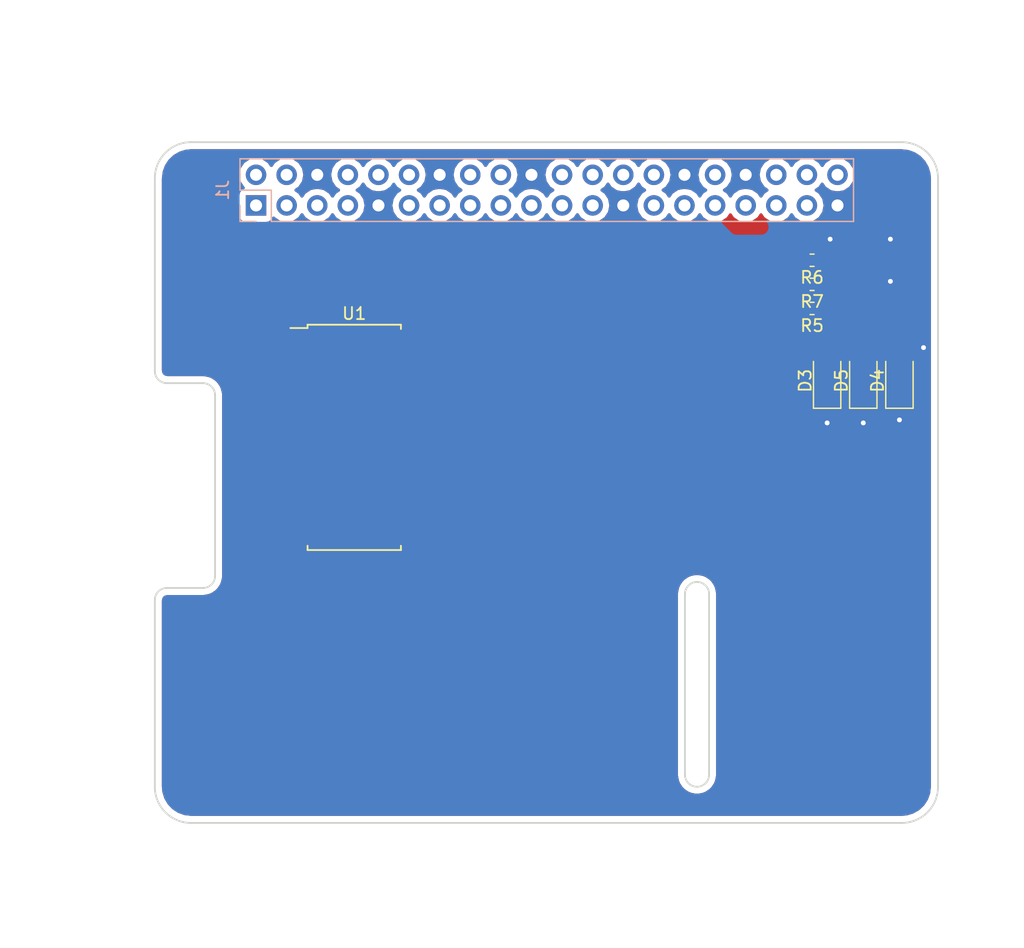
<source format=kicad_pcb>
(kicad_pcb (version 20171130) (host pcbnew "(5.0.0)")

  (general
    (thickness 1.6)
    (drawings 22)
    (tracks 17)
    (zones 0)
    (modules 9)
    (nets 79)
  )

  (page A4)
  (layers
    (0 F.Cu signal)
    (31 B.Cu signal)
    (32 B.Adhes user)
    (33 F.Adhes user)
    (34 B.Paste user)
    (35 F.Paste user)
    (36 B.SilkS user)
    (37 F.SilkS user hide)
    (38 B.Mask user)
    (39 F.Mask user)
    (40 Dwgs.User user)
    (41 Cmts.User user)
    (42 Eco1.User user)
    (43 Eco2.User user)
    (44 Edge.Cuts user)
    (45 Margin user)
    (46 B.CrtYd user)
    (47 F.CrtYd user)
    (48 B.Fab user)
    (49 F.Fab user hide)
  )

  (setup
    (last_trace_width 0.25)
    (trace_clearance 0.2)
    (zone_clearance 0.508)
    (zone_45_only no)
    (trace_min 0.2)
    (segment_width 0.2)
    (edge_width 0.15)
    (via_size 0.8)
    (via_drill 0.4)
    (via_min_size 0.4)
    (via_min_drill 0.3)
    (uvia_size 0.3)
    (uvia_drill 0.1)
    (uvias_allowed no)
    (uvia_min_size 0.2)
    (uvia_min_drill 0.1)
    (pcb_text_width 0.3)
    (pcb_text_size 1.5 1.5)
    (mod_edge_width 0.15)
    (mod_text_size 1 1)
    (mod_text_width 0.15)
    (pad_size 1.524 1.524)
    (pad_drill 0.762)
    (pad_to_mask_clearance 0.2)
    (aux_axis_origin 0 0)
    (visible_elements 7FFDFFFF)
    (pcbplotparams
      (layerselection 0x010fc_ffffffff)
      (usegerberextensions false)
      (usegerberattributes false)
      (usegerberadvancedattributes false)
      (creategerberjobfile false)
      (excludeedgelayer true)
      (linewidth 0.100000)
      (plotframeref false)
      (viasonmask false)
      (mode 1)
      (useauxorigin false)
      (hpglpennumber 1)
      (hpglpenspeed 20)
      (hpglpendiameter 15.000000)
      (psnegative false)
      (psa4output false)
      (plotreference true)
      (plotvalue true)
      (plotinvisibletext false)
      (padsonsilk false)
      (subtractmaskfromsilk false)
      (outputformat 1)
      (mirror false)
      (drillshape 1)
      (scaleselection 1)
      (outputdirectory ""))
  )

  (net 0 "")
  (net 1 +5V)
  (net 2 +3V3)
  (net 3 /PWM)
  (net 4 /BUZZ)
  (net 5 GND)
  (net 6 /SO)
  (net 7 /SCK)
  (net 8 /CS)
  (net 9 "Net-(J1-Pad3)")
  (net 10 "Net-(J1-Pad5)")
  (net 11 "Net-(J1-Pad7)")
  (net 12 "Net-(J1-Pad8)")
  (net 13 "Net-(J1-Pad10)")
  (net 14 "Net-(J1-Pad11)")
  (net 15 "Net-(J1-Pad13)")
  (net 16 "Net-(J1-Pad15)")
  (net 17 "Net-(J1-Pad16)")
  (net 18 "Net-(J1-Pad19)")
  (net 19 "Net-(J1-Pad21)")
  (net 20 "Net-(J1-Pad23)")
  (net 21 "Net-(J1-Pad24)")
  (net 22 "Net-(J1-Pad26)")
  (net 23 "Net-(J1-Pad27)")
  (net 24 "Net-(J1-Pad28)")
  (net 25 "Net-(J1-Pad29)")
  (net 26 "Net-(J1-Pad31)")
  (net 27 "Net-(J1-Pad35)")
  (net 28 "Net-(J1-Pad36)")
  (net 29 "Net-(J1-Pad37)")
  (net 30 "Net-(J1-Pad38)")
  (net 31 "Net-(J1-Pad40)")
  (net 32 "Net-(D3-Pad2)")
  (net 33 "Net-(D4-Pad2)")
  (net 34 "Net-(D5-Pad2)")
  (net 35 "Net-(U1-Pad1)")
  (net 36 "Net-(U1-Pad2)")
  (net 37 "Net-(U1-Pad3)")
  (net 38 "Net-(U1-Pad19)")
  (net 39 "Net-(U1-Pad5)")
  (net 40 "Net-(U1-Pad18)")
  (net 41 "Net-(U1-Pad8)")
  (net 42 "Net-(U1-Pad9)")
  (net 43 "Net-(U1-Pad10)")
  (net 44 "Net-(U1-Pad11)")
  (net 45 "Net-(U1-Pad12)")
  (net 46 "Net-(U1-Pad13)")
  (net 47 "Net-(U1-Pad15)")
  (net 48 "Net-(U1-Pad16)")
  (net 49 "Net-(U1-Pad20)")
  (net 50 "Net-(U1-Pad21)")
  (net 51 "Net-(U1-Pad22)")
  (net 52 "Net-(U1-Pad23)")
  (net 53 "Net-(U1-Pad25)")
  (net 54 "Net-(U1-Pad26)")
  (net 55 "Net-(U1-Pad27)")
  (net 56 "Net-(U1-Pad28)")
  (net 57 "Net-(U1-Pad29)")
  (net 58 "Net-(U1-Pad30)")
  (net 59 "Net-(U1-Pad31)")
  (net 60 "Net-(U1-Pad32)")
  (net 61 "Net-(U1-Pad36)")
  (net 62 "Net-(U1-Pad37)")
  (net 63 "Net-(U1-Pad38)")
  (net 64 "Net-(U1-Pad40)")
  (net 65 "Net-(U1-Pad41)")
  (net 66 "Net-(U1-Pad42)")
  (net 67 "Net-(U1-Pad43)")
  (net 68 "Net-(U1-Pad44)")
  (net 69 "Net-(U1-Pad45)")
  (net 70 "Net-(U1-Pad46)")
  (net 71 "Net-(U1-Pad47)")
  (net 72 "Net-(U1-Pad49)")
  (net 73 "Net-(U1-Pad51)")
  (net 74 "Net-(U1-Pad52)")
  (net 75 "Net-(U1-Pad53)")
  (net 76 "Net-(U1-Pad54)")
  (net 77 "Net-(U1-Pad55)")
  (net 78 "Net-(U1-Pad56)")

  (net_class Default "This is the default net class."
    (clearance 0.2)
    (trace_width 0.25)
    (via_dia 0.8)
    (via_drill 0.4)
    (uvia_dia 0.3)
    (uvia_drill 0.1)
    (add_net +3V3)
    (add_net +5V)
    (add_net /BUZZ)
    (add_net /CS)
    (add_net /PWM)
    (add_net /SCK)
    (add_net /SO)
    (add_net GND)
    (add_net "Net-(D3-Pad2)")
    (add_net "Net-(D4-Pad2)")
    (add_net "Net-(D5-Pad2)")
    (add_net "Net-(J1-Pad10)")
    (add_net "Net-(J1-Pad11)")
    (add_net "Net-(J1-Pad13)")
    (add_net "Net-(J1-Pad15)")
    (add_net "Net-(J1-Pad16)")
    (add_net "Net-(J1-Pad19)")
    (add_net "Net-(J1-Pad21)")
    (add_net "Net-(J1-Pad23)")
    (add_net "Net-(J1-Pad24)")
    (add_net "Net-(J1-Pad26)")
    (add_net "Net-(J1-Pad27)")
    (add_net "Net-(J1-Pad28)")
    (add_net "Net-(J1-Pad29)")
    (add_net "Net-(J1-Pad3)")
    (add_net "Net-(J1-Pad31)")
    (add_net "Net-(J1-Pad35)")
    (add_net "Net-(J1-Pad36)")
    (add_net "Net-(J1-Pad37)")
    (add_net "Net-(J1-Pad38)")
    (add_net "Net-(J1-Pad40)")
    (add_net "Net-(J1-Pad5)")
    (add_net "Net-(J1-Pad7)")
    (add_net "Net-(J1-Pad8)")
    (add_net "Net-(U1-Pad1)")
    (add_net "Net-(U1-Pad10)")
    (add_net "Net-(U1-Pad11)")
    (add_net "Net-(U1-Pad12)")
    (add_net "Net-(U1-Pad13)")
    (add_net "Net-(U1-Pad15)")
    (add_net "Net-(U1-Pad16)")
    (add_net "Net-(U1-Pad18)")
    (add_net "Net-(U1-Pad19)")
    (add_net "Net-(U1-Pad2)")
    (add_net "Net-(U1-Pad20)")
    (add_net "Net-(U1-Pad21)")
    (add_net "Net-(U1-Pad22)")
    (add_net "Net-(U1-Pad23)")
    (add_net "Net-(U1-Pad25)")
    (add_net "Net-(U1-Pad26)")
    (add_net "Net-(U1-Pad27)")
    (add_net "Net-(U1-Pad28)")
    (add_net "Net-(U1-Pad29)")
    (add_net "Net-(U1-Pad3)")
    (add_net "Net-(U1-Pad30)")
    (add_net "Net-(U1-Pad31)")
    (add_net "Net-(U1-Pad32)")
    (add_net "Net-(U1-Pad36)")
    (add_net "Net-(U1-Pad37)")
    (add_net "Net-(U1-Pad38)")
    (add_net "Net-(U1-Pad40)")
    (add_net "Net-(U1-Pad41)")
    (add_net "Net-(U1-Pad42)")
    (add_net "Net-(U1-Pad43)")
    (add_net "Net-(U1-Pad44)")
    (add_net "Net-(U1-Pad45)")
    (add_net "Net-(U1-Pad46)")
    (add_net "Net-(U1-Pad47)")
    (add_net "Net-(U1-Pad49)")
    (add_net "Net-(U1-Pad5)")
    (add_net "Net-(U1-Pad51)")
    (add_net "Net-(U1-Pad52)")
    (add_net "Net-(U1-Pad53)")
    (add_net "Net-(U1-Pad54)")
    (add_net "Net-(U1-Pad55)")
    (add_net "Net-(U1-Pad56)")
    (add_net "Net-(U1-Pad8)")
    (add_net "Net-(U1-Pad9)")
  )

  (module Connector_PinSocket_2.54mm:PinSocket_2x20_P2.54mm_Vertical (layer B.Cu) (tedit 5A19A433) (tstamp 5C9F4228)
    (at 107.1 60.2 270)
    (descr "Through hole straight socket strip, 2x20, 2.54mm pitch, double cols (from Kicad 4.0.7), script generated")
    (tags "Through hole socket strip THT 2x20 2.54mm double row")
    (path /5C862A2B)
    (fp_text reference J1 (at -1.27 2.77 270) (layer B.SilkS)
      (effects (font (size 1 1) (thickness 0.15)) (justify mirror))
    )
    (fp_text value Raspberry_Pi_2_3 (at -1.27 -51.03 270) (layer B.Fab)
      (effects (font (size 1 1) (thickness 0.15)) (justify mirror))
    )
    (fp_line (start -3.81 1.27) (end 0.27 1.27) (layer B.Fab) (width 0.1))
    (fp_line (start 0.27 1.27) (end 1.27 0.27) (layer B.Fab) (width 0.1))
    (fp_line (start 1.27 0.27) (end 1.27 -49.53) (layer B.Fab) (width 0.1))
    (fp_line (start 1.27 -49.53) (end -3.81 -49.53) (layer B.Fab) (width 0.1))
    (fp_line (start -3.81 -49.53) (end -3.81 1.27) (layer B.Fab) (width 0.1))
    (fp_line (start -3.87 1.33) (end -1.27 1.33) (layer B.SilkS) (width 0.12))
    (fp_line (start -3.87 1.33) (end -3.87 -49.59) (layer B.SilkS) (width 0.12))
    (fp_line (start -3.87 -49.59) (end 1.33 -49.59) (layer B.SilkS) (width 0.12))
    (fp_line (start 1.33 -1.27) (end 1.33 -49.59) (layer B.SilkS) (width 0.12))
    (fp_line (start -1.27 -1.27) (end 1.33 -1.27) (layer B.SilkS) (width 0.12))
    (fp_line (start -1.27 1.33) (end -1.27 -1.27) (layer B.SilkS) (width 0.12))
    (fp_line (start 1.33 1.33) (end 1.33 0) (layer B.SilkS) (width 0.12))
    (fp_line (start 0 1.33) (end 1.33 1.33) (layer B.SilkS) (width 0.12))
    (fp_line (start -4.34 1.8) (end 1.76 1.8) (layer B.CrtYd) (width 0.05))
    (fp_line (start 1.76 1.8) (end 1.76 -50) (layer B.CrtYd) (width 0.05))
    (fp_line (start 1.76 -50) (end -4.34 -50) (layer B.CrtYd) (width 0.05))
    (fp_line (start -4.34 -50) (end -4.34 1.8) (layer B.CrtYd) (width 0.05))
    (fp_text user %R (at -1.27 -24.13 180) (layer B.Fab)
      (effects (font (size 1 1) (thickness 0.15)) (justify mirror))
    )
    (pad 1 thru_hole rect (at 0 0 270) (size 1.7 1.7) (drill 1) (layers *.Cu *.Mask)
      (net 2 +3V3))
    (pad 2 thru_hole oval (at -2.54 0 270) (size 1.7 1.7) (drill 1) (layers *.Cu *.Mask)
      (net 1 +5V))
    (pad 3 thru_hole oval (at 0 -2.54 270) (size 1.7 1.7) (drill 1) (layers *.Cu *.Mask)
      (net 9 "Net-(J1-Pad3)"))
    (pad 4 thru_hole oval (at -2.54 -2.54 270) (size 1.7 1.7) (drill 1) (layers *.Cu *.Mask)
      (net 1 +5V))
    (pad 5 thru_hole oval (at 0 -5.08 270) (size 1.7 1.7) (drill 1) (layers *.Cu *.Mask)
      (net 10 "Net-(J1-Pad5)"))
    (pad 6 thru_hole oval (at -2.54 -5.08 270) (size 1.7 1.7) (drill 1) (layers *.Cu *.Mask)
      (net 5 GND))
    (pad 7 thru_hole oval (at 0 -7.62 270) (size 1.7 1.7) (drill 1) (layers *.Cu *.Mask)
      (net 11 "Net-(J1-Pad7)"))
    (pad 8 thru_hole oval (at -2.54 -7.62 270) (size 1.7 1.7) (drill 1) (layers *.Cu *.Mask)
      (net 12 "Net-(J1-Pad8)"))
    (pad 9 thru_hole oval (at 0 -10.16 270) (size 1.7 1.7) (drill 1) (layers *.Cu *.Mask)
      (net 5 GND))
    (pad 10 thru_hole oval (at -2.54 -10.16 270) (size 1.7 1.7) (drill 1) (layers *.Cu *.Mask)
      (net 13 "Net-(J1-Pad10)"))
    (pad 11 thru_hole oval (at 0 -12.7 270) (size 1.7 1.7) (drill 1) (layers *.Cu *.Mask)
      (net 14 "Net-(J1-Pad11)"))
    (pad 12 thru_hole oval (at -2.54 -12.7 270) (size 1.7 1.7) (drill 1) (layers *.Cu *.Mask)
      (net 6 /SO))
    (pad 13 thru_hole oval (at 0 -15.24 270) (size 1.7 1.7) (drill 1) (layers *.Cu *.Mask)
      (net 15 "Net-(J1-Pad13)"))
    (pad 14 thru_hole oval (at -2.54 -15.24 270) (size 1.7 1.7) (drill 1) (layers *.Cu *.Mask)
      (net 5 GND))
    (pad 15 thru_hole oval (at 0 -17.78 270) (size 1.7 1.7) (drill 1) (layers *.Cu *.Mask)
      (net 16 "Net-(J1-Pad15)"))
    (pad 16 thru_hole oval (at -2.54 -17.78 270) (size 1.7 1.7) (drill 1) (layers *.Cu *.Mask)
      (net 17 "Net-(J1-Pad16)"))
    (pad 17 thru_hole oval (at 0 -20.32 270) (size 1.7 1.7) (drill 1) (layers *.Cu *.Mask)
      (net 2 +3V3))
    (pad 18 thru_hole oval (at -2.54 -20.32 270) (size 1.7 1.7) (drill 1) (layers *.Cu *.Mask)
      (net 8 /CS))
    (pad 19 thru_hole oval (at 0 -22.86 270) (size 1.7 1.7) (drill 1) (layers *.Cu *.Mask)
      (net 18 "Net-(J1-Pad19)"))
    (pad 20 thru_hole oval (at -2.54 -22.86 270) (size 1.7 1.7) (drill 1) (layers *.Cu *.Mask)
      (net 5 GND))
    (pad 21 thru_hole oval (at 0 -25.4 270) (size 1.7 1.7) (drill 1) (layers *.Cu *.Mask)
      (net 19 "Net-(J1-Pad21)"))
    (pad 22 thru_hole oval (at -2.54 -25.4 270) (size 1.7 1.7) (drill 1) (layers *.Cu *.Mask)
      (net 7 /SCK))
    (pad 23 thru_hole oval (at 0 -27.94 270) (size 1.7 1.7) (drill 1) (layers *.Cu *.Mask)
      (net 20 "Net-(J1-Pad23)"))
    (pad 24 thru_hole oval (at -2.54 -27.94 270) (size 1.7 1.7) (drill 1) (layers *.Cu *.Mask)
      (net 21 "Net-(J1-Pad24)"))
    (pad 25 thru_hole oval (at 0 -30.48 270) (size 1.7 1.7) (drill 1) (layers *.Cu *.Mask)
      (net 5 GND))
    (pad 26 thru_hole oval (at -2.54 -30.48 270) (size 1.7 1.7) (drill 1) (layers *.Cu *.Mask)
      (net 22 "Net-(J1-Pad26)"))
    (pad 27 thru_hole oval (at 0 -33.02 270) (size 1.7 1.7) (drill 1) (layers *.Cu *.Mask)
      (net 23 "Net-(J1-Pad27)"))
    (pad 28 thru_hole oval (at -2.54 -33.02 270) (size 1.7 1.7) (drill 1) (layers *.Cu *.Mask)
      (net 24 "Net-(J1-Pad28)"))
    (pad 29 thru_hole oval (at 0 -35.56 270) (size 1.7 1.7) (drill 1) (layers *.Cu *.Mask)
      (net 25 "Net-(J1-Pad29)"))
    (pad 30 thru_hole oval (at -2.54 -35.56 270) (size 1.7 1.7) (drill 1) (layers *.Cu *.Mask)
      (net 5 GND))
    (pad 31 thru_hole oval (at 0 -38.1 270) (size 1.7 1.7) (drill 1) (layers *.Cu *.Mask)
      (net 26 "Net-(J1-Pad31)"))
    (pad 32 thru_hole oval (at -2.54 -38.1 270) (size 1.7 1.7) (drill 1) (layers *.Cu *.Mask)
      (net 3 /PWM))
    (pad 33 thru_hole oval (at 0 -40.64 270) (size 1.7 1.7) (drill 1) (layers *.Cu *.Mask)
      (net 4 /BUZZ))
    (pad 34 thru_hole oval (at -2.54 -40.64 270) (size 1.7 1.7) (drill 1) (layers *.Cu *.Mask)
      (net 5 GND))
    (pad 35 thru_hole oval (at 0 -43.18 270) (size 1.7 1.7) (drill 1) (layers *.Cu *.Mask)
      (net 27 "Net-(J1-Pad35)"))
    (pad 36 thru_hole oval (at -2.54 -43.18 270) (size 1.7 1.7) (drill 1) (layers *.Cu *.Mask)
      (net 28 "Net-(J1-Pad36)"))
    (pad 37 thru_hole oval (at 0 -45.72 270) (size 1.7 1.7) (drill 1) (layers *.Cu *.Mask)
      (net 29 "Net-(J1-Pad37)"))
    (pad 38 thru_hole oval (at -2.54 -45.72 270) (size 1.7 1.7) (drill 1) (layers *.Cu *.Mask)
      (net 30 "Net-(J1-Pad38)"))
    (pad 39 thru_hole oval (at 0 -48.26 270) (size 1.7 1.7) (drill 1) (layers *.Cu *.Mask)
      (net 5 GND))
    (pad 40 thru_hole oval (at -2.54 -48.26 270) (size 1.7 1.7) (drill 1) (layers *.Cu *.Mask)
      (net 31 "Net-(J1-Pad40)"))
    (model ${KISYS3DMOD}/Connector_PinSocket_2.54mm.3dshapes/PinSocket_2x20_P2.54mm_Vertical.wrl
      (at (xyz 0 0 0))
      (scale (xyz 1 1 1))
      (rotate (xyz 0 0 0))
    )
  )

  (module Package_SO:SSOP-56_7.5x18.5mm_P0.635mm (layer F.Cu) (tedit 5A02F25C) (tstamp 5C95B88E)
    (at 115.25 79.45)
    (descr "SSOP56: plastic shrink small outline package; 56 leads; body width 7.5 mm; (see NXP SSOP-TSSOP-VSO-REFLOW.pdf and sot371-1_po.pdf)")
    (tags "SSOP 0.635")
    (path /5C899A2C)
    (attr smd)
    (fp_text reference U1 (at 0 -10.275) (layer F.SilkS)
      (effects (font (size 1 1) (thickness 0.15)))
    )
    (fp_text value CY7C68013A-56PVX (at 0 10.275) (layer F.Fab)
      (effects (font (size 1 1) (thickness 0.15)))
    )
    (fp_line (start -2.75 -9.25) (end 3.75 -9.25) (layer F.Fab) (width 0.15))
    (fp_line (start 3.75 -9.25) (end 3.75 9.25) (layer F.Fab) (width 0.15))
    (fp_line (start 3.75 9.25) (end -3.75 9.25) (layer F.Fab) (width 0.15))
    (fp_line (start -3.75 9.25) (end -3.75 -8.25) (layer F.Fab) (width 0.15))
    (fp_line (start -3.75 -8.25) (end -2.75 -9.25) (layer F.Fab) (width 0.15))
    (fp_line (start -5.55 -9.55) (end -5.55 9.55) (layer F.CrtYd) (width 0.05))
    (fp_line (start 5.55 -9.55) (end 5.55 9.55) (layer F.CrtYd) (width 0.05))
    (fp_line (start -5.55 -9.55) (end 5.55 -9.55) (layer F.CrtYd) (width 0.05))
    (fp_line (start -5.55 9.55) (end 5.55 9.55) (layer F.CrtYd) (width 0.05))
    (fp_line (start -3.875 -9.35) (end -3.875 -9.075) (layer F.SilkS) (width 0.15))
    (fp_line (start 3.875 -9.35) (end 3.875 -8.9975) (layer F.SilkS) (width 0.15))
    (fp_line (start 3.875 9.35) (end 3.875 8.9975) (layer F.SilkS) (width 0.15))
    (fp_line (start -3.875 9.35) (end -3.875 8.9975) (layer F.SilkS) (width 0.15))
    (fp_line (start -3.875 -9.35) (end 3.875 -9.35) (layer F.SilkS) (width 0.15))
    (fp_line (start -3.875 9.35) (end 3.875 9.35) (layer F.SilkS) (width 0.15))
    (fp_line (start -3.875 -9.075) (end -5.3 -9.075) (layer F.SilkS) (width 0.15))
    (fp_text user %R (at 0 0) (layer F.Fab)
      (effects (font (size 0.8 0.8) (thickness 0.15)))
    )
    (pad 1 smd rect (at -4.7 -8.5725) (size 1.2 0.4) (layers F.Cu F.Paste F.Mask)
      (net 35 "Net-(U1-Pad1)"))
    (pad 2 smd rect (at -4.7 -7.9375) (size 1.2 0.4) (layers F.Cu F.Paste F.Mask)
      (net 36 "Net-(U1-Pad2)"))
    (pad 3 smd rect (at -4.7 -7.3025) (size 1.2 0.4) (layers F.Cu F.Paste F.Mask)
      (net 37 "Net-(U1-Pad3)"))
    (pad 4 smd rect (at -4.7 -6.6675) (size 1.2 0.4) (layers F.Cu F.Paste F.Mask)
      (net 38 "Net-(U1-Pad19)"))
    (pad 5 smd rect (at -4.7 -6.0325) (size 1.2 0.4) (layers F.Cu F.Paste F.Mask)
      (net 39 "Net-(U1-Pad5)"))
    (pad 6 smd rect (at -4.7 -5.3975) (size 1.2 0.4) (layers F.Cu F.Paste F.Mask)
      (net 40 "Net-(U1-Pad18)"))
    (pad 7 smd rect (at -4.7 -4.7625) (size 1.2 0.4) (layers F.Cu F.Paste F.Mask)
      (net 38 "Net-(U1-Pad19)"))
    (pad 8 smd rect (at -4.7 -4.1275) (size 1.2 0.4) (layers F.Cu F.Paste F.Mask)
      (net 41 "Net-(U1-Pad8)"))
    (pad 9 smd rect (at -4.7 -3.4925) (size 1.2 0.4) (layers F.Cu F.Paste F.Mask)
      (net 42 "Net-(U1-Pad9)"))
    (pad 10 smd rect (at -4.7 -2.8575) (size 1.2 0.4) (layers F.Cu F.Paste F.Mask)
      (net 43 "Net-(U1-Pad10)"))
    (pad 11 smd rect (at -4.7 -2.2225) (size 1.2 0.4) (layers F.Cu F.Paste F.Mask)
      (net 44 "Net-(U1-Pad11)"))
    (pad 12 smd rect (at -4.7 -1.5875) (size 1.2 0.4) (layers F.Cu F.Paste F.Mask)
      (net 45 "Net-(U1-Pad12)"))
    (pad 13 smd rect (at -4.7 -0.9525) (size 1.2 0.4) (layers F.Cu F.Paste F.Mask)
      (net 46 "Net-(U1-Pad13)"))
    (pad 14 smd rect (at -4.7 -0.3175) (size 1.2 0.4) (layers F.Cu F.Paste F.Mask)
      (net 43 "Net-(U1-Pad10)"))
    (pad 15 smd rect (at -4.7 0.3175) (size 1.2 0.4) (layers F.Cu F.Paste F.Mask)
      (net 47 "Net-(U1-Pad15)"))
    (pad 16 smd rect (at -4.7 0.9525) (size 1.2 0.4) (layers F.Cu F.Paste F.Mask)
      (net 48 "Net-(U1-Pad16)"))
    (pad 17 smd rect (at -4.7 1.5875) (size 1.2 0.4) (layers F.Cu F.Paste F.Mask)
      (net 46 "Net-(U1-Pad13)"))
    (pad 18 smd rect (at -4.7 2.2225) (size 1.2 0.4) (layers F.Cu F.Paste F.Mask)
      (net 40 "Net-(U1-Pad18)"))
    (pad 19 smd rect (at -4.7 2.8575) (size 1.2 0.4) (layers F.Cu F.Paste F.Mask)
      (net 38 "Net-(U1-Pad19)"))
    (pad 20 smd rect (at -4.7 3.4925) (size 1.2 0.4) (layers F.Cu F.Paste F.Mask)
      (net 49 "Net-(U1-Pad20)"))
    (pad 21 smd rect (at -4.7 4.1275) (size 1.2 0.4) (layers F.Cu F.Paste F.Mask)
      (net 50 "Net-(U1-Pad21)"))
    (pad 22 smd rect (at -4.7 4.7625) (size 1.2 0.4) (layers F.Cu F.Paste F.Mask)
      (net 51 "Net-(U1-Pad22)"))
    (pad 23 smd rect (at -4.7 5.3975) (size 1.2 0.4) (layers F.Cu F.Paste F.Mask)
      (net 52 "Net-(U1-Pad23)"))
    (pad 24 smd rect (at -4.7 6.0325) (size 1.2 0.4) (layers F.Cu F.Paste F.Mask)
      (net 40 "Net-(U1-Pad18)"))
    (pad 25 smd rect (at -4.7 6.6675) (size 1.2 0.4) (layers F.Cu F.Paste F.Mask)
      (net 53 "Net-(U1-Pad25)"))
    (pad 26 smd rect (at -4.7 7.3025) (size 1.2 0.4) (layers F.Cu F.Paste F.Mask)
      (net 54 "Net-(U1-Pad26)"))
    (pad 27 smd rect (at -4.7 7.9375) (size 1.2 0.4) (layers F.Cu F.Paste F.Mask)
      (net 55 "Net-(U1-Pad27)"))
    (pad 28 smd rect (at -4.7 8.5725) (size 1.2 0.4) (layers F.Cu F.Paste F.Mask)
      (net 56 "Net-(U1-Pad28)"))
    (pad 29 smd rect (at 4.7 8.5725) (size 1.2 0.4) (layers F.Cu F.Paste F.Mask)
      (net 57 "Net-(U1-Pad29)"))
    (pad 30 smd rect (at 4.7 7.9375) (size 1.2 0.4) (layers F.Cu F.Paste F.Mask)
      (net 58 "Net-(U1-Pad30)"))
    (pad 31 smd rect (at 4.7 7.3025) (size 1.2 0.4) (layers F.Cu F.Paste F.Mask)
      (net 59 "Net-(U1-Pad31)"))
    (pad 32 smd rect (at 4.7 6.6675) (size 1.2 0.4) (layers F.Cu F.Paste F.Mask)
      (net 60 "Net-(U1-Pad32)"))
    (pad 33 smd rect (at 4.7 6.0325) (size 1.2 0.4) (layers F.Cu F.Paste F.Mask)
      (net 38 "Net-(U1-Pad19)"))
    (pad 34 smd rect (at 4.7 5.3975) (size 1.2 0.4) (layers F.Cu F.Paste F.Mask)
      (net 40 "Net-(U1-Pad18)"))
    (pad 35 smd rect (at 4.7 4.7625) (size 1.2 0.4) (layers F.Cu F.Paste F.Mask)
      (net 38 "Net-(U1-Pad19)"))
    (pad 36 smd rect (at 4.7 4.1275) (size 1.2 0.4) (layers F.Cu F.Paste F.Mask)
      (net 61 "Net-(U1-Pad36)"))
    (pad 37 smd rect (at 4.7 3.4925) (size 1.2 0.4) (layers F.Cu F.Paste F.Mask)
      (net 62 "Net-(U1-Pad37)"))
    (pad 38 smd rect (at 4.7 2.8575) (size 1.2 0.4) (layers F.Cu F.Paste F.Mask)
      (net 63 "Net-(U1-Pad38)"))
    (pad 39 smd rect (at 4.7 2.2225) (size 1.2 0.4) (layers F.Cu F.Paste F.Mask)
      (net 40 "Net-(U1-Pad18)"))
    (pad 40 smd rect (at 4.7 1.5875) (size 1.2 0.4) (layers F.Cu F.Paste F.Mask)
      (net 64 "Net-(U1-Pad40)"))
    (pad 41 smd rect (at 4.7 0.9525) (size 1.2 0.4) (layers F.Cu F.Paste F.Mask)
      (net 65 "Net-(U1-Pad41)"))
    (pad 42 smd rect (at 4.7 0.3175) (size 1.2 0.4) (layers F.Cu F.Paste F.Mask)
      (net 66 "Net-(U1-Pad42)"))
    (pad 43 smd rect (at 4.7 -0.3175) (size 1.2 0.4) (layers F.Cu F.Paste F.Mask)
      (net 67 "Net-(U1-Pad43)"))
    (pad 44 smd rect (at 4.7 -0.9525) (size 1.2 0.4) (layers F.Cu F.Paste F.Mask)
      (net 68 "Net-(U1-Pad44)"))
    (pad 45 smd rect (at 4.7 -1.5875) (size 1.2 0.4) (layers F.Cu F.Paste F.Mask)
      (net 69 "Net-(U1-Pad45)"))
    (pad 46 smd rect (at 4.7 -2.2225) (size 1.2 0.4) (layers F.Cu F.Paste F.Mask)
      (net 70 "Net-(U1-Pad46)"))
    (pad 47 smd rect (at 4.7 -2.8575) (size 1.2 0.4) (layers F.Cu F.Paste F.Mask)
      (net 71 "Net-(U1-Pad47)"))
    (pad 48 smd rect (at 4.7 -3.4925) (size 1.2 0.4) (layers F.Cu F.Paste F.Mask)
      (net 38 "Net-(U1-Pad19)"))
    (pad 49 smd rect (at 4.7 -4.1275) (size 1.2 0.4) (layers F.Cu F.Paste F.Mask)
      (net 72 "Net-(U1-Pad49)"))
    (pad 50 smd rect (at 4.7 -4.7625) (size 1.2 0.4) (layers F.Cu F.Paste F.Mask)
      (net 40 "Net-(U1-Pad18)"))
    (pad 51 smd rect (at 4.7 -5.3975) (size 1.2 0.4) (layers F.Cu F.Paste F.Mask)
      (net 73 "Net-(U1-Pad51)"))
    (pad 52 smd rect (at 4.7 -6.0325) (size 1.2 0.4) (layers F.Cu F.Paste F.Mask)
      (net 74 "Net-(U1-Pad52)"))
    (pad 53 smd rect (at 4.7 -6.6675) (size 1.2 0.4) (layers F.Cu F.Paste F.Mask)
      (net 75 "Net-(U1-Pad53)"))
    (pad 54 smd rect (at 4.7 -7.3025) (size 1.2 0.4) (layers F.Cu F.Paste F.Mask)
      (net 76 "Net-(U1-Pad54)"))
    (pad 55 smd rect (at 4.7 -7.9375) (size 1.2 0.4) (layers F.Cu F.Paste F.Mask)
      (net 77 "Net-(U1-Pad55)"))
    (pad 56 smd rect (at 4.7 -8.5725) (size 1.2 0.4) (layers F.Cu F.Paste F.Mask)
      (net 78 "Net-(U1-Pad56)"))
    (model ${KISYS3DMOD}/Package_SO.3dshapes/SSOP-56_7.5x18.5mm_P0.635mm.wrl
      (at (xyz 0 0 0))
      (scale (xyz 1 1 1))
      (rotate (xyz 0 0 0))
    )
  )

  (module Diode_SMD:D_1206_3216Metric (layer F.Cu) (tedit 5B301BBE) (tstamp 5C9F8E38)
    (at 154.5 74.75 90)
    (descr "Diode SMD 1206 (3216 Metric), square (rectangular) end terminal, IPC_7351 nominal, (Body size source: http://www.tortai-tech.com/upload/download/2011102023233369053.pdf), generated with kicad-footprint-generator")
    (tags diode)
    (path /5C8C73ED)
    (attr smd)
    (fp_text reference D3 (at 0 -1.82 90) (layer F.SilkS)
      (effects (font (size 1 1) (thickness 0.15)))
    )
    (fp_text value LED (at 0 1.82 90) (layer F.Fab)
      (effects (font (size 1 1) (thickness 0.15)))
    )
    (fp_line (start 1.6 -0.8) (end -1.2 -0.8) (layer F.Fab) (width 0.1))
    (fp_line (start -1.2 -0.8) (end -1.6 -0.4) (layer F.Fab) (width 0.1))
    (fp_line (start -1.6 -0.4) (end -1.6 0.8) (layer F.Fab) (width 0.1))
    (fp_line (start -1.6 0.8) (end 1.6 0.8) (layer F.Fab) (width 0.1))
    (fp_line (start 1.6 0.8) (end 1.6 -0.8) (layer F.Fab) (width 0.1))
    (fp_line (start 1.6 -1.135) (end -2.285 -1.135) (layer F.SilkS) (width 0.12))
    (fp_line (start -2.285 -1.135) (end -2.285 1.135) (layer F.SilkS) (width 0.12))
    (fp_line (start -2.285 1.135) (end 1.6 1.135) (layer F.SilkS) (width 0.12))
    (fp_line (start -2.28 1.12) (end -2.28 -1.12) (layer F.CrtYd) (width 0.05))
    (fp_line (start -2.28 -1.12) (end 2.28 -1.12) (layer F.CrtYd) (width 0.05))
    (fp_line (start 2.28 -1.12) (end 2.28 1.12) (layer F.CrtYd) (width 0.05))
    (fp_line (start 2.28 1.12) (end -2.28 1.12) (layer F.CrtYd) (width 0.05))
    (fp_text user %R (at 0 0 90) (layer F.Fab)
      (effects (font (size 0.8 0.8) (thickness 0.12)))
    )
    (pad 1 smd roundrect (at -1.4 0 90) (size 1.25 1.75) (layers F.Cu F.Paste F.Mask) (roundrect_rratio 0.2)
      (net 5 GND))
    (pad 2 smd roundrect (at 1.4 0 90) (size 1.25 1.75) (layers F.Cu F.Paste F.Mask) (roundrect_rratio 0.2)
      (net 32 "Net-(D3-Pad2)"))
    (model ${KISYS3DMOD}/Diode_SMD.3dshapes/D_1206_3216Metric.wrl
      (at (xyz 0 0 0))
      (scale (xyz 1 1 1))
      (rotate (xyz 0 0 0))
    )
  )

  (module Diode_SMD:D_1206_3216Metric (layer F.Cu) (tedit 5B301BBE) (tstamp 5C9F8E25)
    (at 157.5 74.75 90)
    (descr "Diode SMD 1206 (3216 Metric), square (rectangular) end terminal, IPC_7351 nominal, (Body size source: http://www.tortai-tech.com/upload/download/2011102023233369053.pdf), generated with kicad-footprint-generator")
    (tags diode)
    (path /5C8CC666)
    (attr smd)
    (fp_text reference D5 (at 0 -1.82 90) (layer F.SilkS)
      (effects (font (size 1 1) (thickness 0.15)))
    )
    (fp_text value LED (at 0 1.82 90) (layer F.Fab)
      (effects (font (size 1 1) (thickness 0.15)))
    )
    (fp_text user %R (at 0 0 90) (layer F.Fab)
      (effects (font (size 0.8 0.8) (thickness 0.12)))
    )
    (fp_line (start 2.28 1.12) (end -2.28 1.12) (layer F.CrtYd) (width 0.05))
    (fp_line (start 2.28 -1.12) (end 2.28 1.12) (layer F.CrtYd) (width 0.05))
    (fp_line (start -2.28 -1.12) (end 2.28 -1.12) (layer F.CrtYd) (width 0.05))
    (fp_line (start -2.28 1.12) (end -2.28 -1.12) (layer F.CrtYd) (width 0.05))
    (fp_line (start -2.285 1.135) (end 1.6 1.135) (layer F.SilkS) (width 0.12))
    (fp_line (start -2.285 -1.135) (end -2.285 1.135) (layer F.SilkS) (width 0.12))
    (fp_line (start 1.6 -1.135) (end -2.285 -1.135) (layer F.SilkS) (width 0.12))
    (fp_line (start 1.6 0.8) (end 1.6 -0.8) (layer F.Fab) (width 0.1))
    (fp_line (start -1.6 0.8) (end 1.6 0.8) (layer F.Fab) (width 0.1))
    (fp_line (start -1.6 -0.4) (end -1.6 0.8) (layer F.Fab) (width 0.1))
    (fp_line (start -1.2 -0.8) (end -1.6 -0.4) (layer F.Fab) (width 0.1))
    (fp_line (start 1.6 -0.8) (end -1.2 -0.8) (layer F.Fab) (width 0.1))
    (pad 2 smd roundrect (at 1.4 0 90) (size 1.25 1.75) (layers F.Cu F.Paste F.Mask) (roundrect_rratio 0.2)
      (net 34 "Net-(D5-Pad2)"))
    (pad 1 smd roundrect (at -1.4 0 90) (size 1.25 1.75) (layers F.Cu F.Paste F.Mask) (roundrect_rratio 0.2)
      (net 5 GND))
    (model ${KISYS3DMOD}/Diode_SMD.3dshapes/D_1206_3216Metric.wrl
      (at (xyz 0 0 0))
      (scale (xyz 1 1 1))
      (rotate (xyz 0 0 0))
    )
  )

  (module Diode_SMD:D_1206_3216Metric (layer F.Cu) (tedit 5B301BBE) (tstamp 5C9F8E12)
    (at 160.5 74.75 90)
    (descr "Diode SMD 1206 (3216 Metric), square (rectangular) end terminal, IPC_7351 nominal, (Body size source: http://www.tortai-tech.com/upload/download/2011102023233369053.pdf), generated with kicad-footprint-generator")
    (tags diode)
    (path /5C8C9CD9)
    (attr smd)
    (fp_text reference D4 (at 0 -1.82 90) (layer F.SilkS)
      (effects (font (size 1 1) (thickness 0.15)))
    )
    (fp_text value LED (at 0 1.82 90) (layer F.Fab)
      (effects (font (size 1 1) (thickness 0.15)))
    )
    (fp_line (start 1.6 -0.8) (end -1.2 -0.8) (layer F.Fab) (width 0.1))
    (fp_line (start -1.2 -0.8) (end -1.6 -0.4) (layer F.Fab) (width 0.1))
    (fp_line (start -1.6 -0.4) (end -1.6 0.8) (layer F.Fab) (width 0.1))
    (fp_line (start -1.6 0.8) (end 1.6 0.8) (layer F.Fab) (width 0.1))
    (fp_line (start 1.6 0.8) (end 1.6 -0.8) (layer F.Fab) (width 0.1))
    (fp_line (start 1.6 -1.135) (end -2.285 -1.135) (layer F.SilkS) (width 0.12))
    (fp_line (start -2.285 -1.135) (end -2.285 1.135) (layer F.SilkS) (width 0.12))
    (fp_line (start -2.285 1.135) (end 1.6 1.135) (layer F.SilkS) (width 0.12))
    (fp_line (start -2.28 1.12) (end -2.28 -1.12) (layer F.CrtYd) (width 0.05))
    (fp_line (start -2.28 -1.12) (end 2.28 -1.12) (layer F.CrtYd) (width 0.05))
    (fp_line (start 2.28 -1.12) (end 2.28 1.12) (layer F.CrtYd) (width 0.05))
    (fp_line (start 2.28 1.12) (end -2.28 1.12) (layer F.CrtYd) (width 0.05))
    (fp_text user %R (at 0 0 90) (layer F.Fab)
      (effects (font (size 0.8 0.8) (thickness 0.12)))
    )
    (pad 1 smd roundrect (at -1.4 0 90) (size 1.25 1.75) (layers F.Cu F.Paste F.Mask) (roundrect_rratio 0.2)
      (net 5 GND))
    (pad 2 smd roundrect (at 1.4 0 90) (size 1.25 1.75) (layers F.Cu F.Paste F.Mask) (roundrect_rratio 0.2)
      (net 33 "Net-(D4-Pad2)"))
    (model ${KISYS3DMOD}/Diode_SMD.3dshapes/D_1206_3216Metric.wrl
      (at (xyz 0 0 0))
      (scale (xyz 1 1 1))
      (rotate (xyz 0 0 0))
    )
  )

  (module Resistor_SMD:R_0603_1608Metric (layer F.Cu) (tedit 5B301BBD) (tstamp 5C9F8CCB)
    (at 153.25 66.75 180)
    (descr "Resistor SMD 0603 (1608 Metric), square (rectangular) end terminal, IPC_7351 nominal, (Body size source: http://www.tortai-tech.com/upload/download/2011102023233369053.pdf), generated with kicad-footprint-generator")
    (tags resistor)
    (path /5C8C2557)
    (attr smd)
    (fp_text reference R7 (at 0 -1.43 180) (layer F.SilkS)
      (effects (font (size 1 1) (thickness 0.15)))
    )
    (fp_text value R_Small (at 0 1.43 180) (layer F.Fab)
      (effects (font (size 1 1) (thickness 0.15)))
    )
    (fp_line (start -0.8 0.4) (end -0.8 -0.4) (layer F.Fab) (width 0.1))
    (fp_line (start -0.8 -0.4) (end 0.8 -0.4) (layer F.Fab) (width 0.1))
    (fp_line (start 0.8 -0.4) (end 0.8 0.4) (layer F.Fab) (width 0.1))
    (fp_line (start 0.8 0.4) (end -0.8 0.4) (layer F.Fab) (width 0.1))
    (fp_line (start -0.162779 -0.51) (end 0.162779 -0.51) (layer F.SilkS) (width 0.12))
    (fp_line (start -0.162779 0.51) (end 0.162779 0.51) (layer F.SilkS) (width 0.12))
    (fp_line (start -1.48 0.73) (end -1.48 -0.73) (layer F.CrtYd) (width 0.05))
    (fp_line (start -1.48 -0.73) (end 1.48 -0.73) (layer F.CrtYd) (width 0.05))
    (fp_line (start 1.48 -0.73) (end 1.48 0.73) (layer F.CrtYd) (width 0.05))
    (fp_line (start 1.48 0.73) (end -1.48 0.73) (layer F.CrtYd) (width 0.05))
    (fp_text user %R (at 0 0 180) (layer F.Fab)
      (effects (font (size 0.4 0.4) (thickness 0.06)))
    )
    (pad 1 smd roundrect (at -0.7875 0 180) (size 0.875 0.95) (layers F.Cu F.Paste F.Mask) (roundrect_rratio 0.25)
      (net 34 "Net-(D5-Pad2)"))
    (pad 2 smd roundrect (at 0.7875 0 180) (size 0.875 0.95) (layers F.Cu F.Paste F.Mask) (roundrect_rratio 0.25)
      (net 26 "Net-(J1-Pad31)"))
    (model ${KISYS3DMOD}/Resistor_SMD.3dshapes/R_0603_1608Metric.wrl
      (at (xyz 0 0 0))
      (scale (xyz 1 1 1))
      (rotate (xyz 0 0 0))
    )
  )

  (module Resistor_SMD:R_0603_1608Metric (layer F.Cu) (tedit 5B301BBD) (tstamp 5C9F8CBA)
    (at 153.25 64.75 180)
    (descr "Resistor SMD 0603 (1608 Metric), square (rectangular) end terminal, IPC_7351 nominal, (Body size source: http://www.tortai-tech.com/upload/download/2011102023233369053.pdf), generated with kicad-footprint-generator")
    (tags resistor)
    (path /5C8C251B)
    (attr smd)
    (fp_text reference R6 (at 0 -1.43 180) (layer F.SilkS)
      (effects (font (size 1 1) (thickness 0.15)))
    )
    (fp_text value R_Small (at 0 1.43 180) (layer F.Fab)
      (effects (font (size 1 1) (thickness 0.15)))
    )
    (fp_text user %R (at 0 0 180) (layer F.Fab)
      (effects (font (size 0.4 0.4) (thickness 0.06)))
    )
    (fp_line (start 1.48 0.73) (end -1.48 0.73) (layer F.CrtYd) (width 0.05))
    (fp_line (start 1.48 -0.73) (end 1.48 0.73) (layer F.CrtYd) (width 0.05))
    (fp_line (start -1.48 -0.73) (end 1.48 -0.73) (layer F.CrtYd) (width 0.05))
    (fp_line (start -1.48 0.73) (end -1.48 -0.73) (layer F.CrtYd) (width 0.05))
    (fp_line (start -0.162779 0.51) (end 0.162779 0.51) (layer F.SilkS) (width 0.12))
    (fp_line (start -0.162779 -0.51) (end 0.162779 -0.51) (layer F.SilkS) (width 0.12))
    (fp_line (start 0.8 0.4) (end -0.8 0.4) (layer F.Fab) (width 0.1))
    (fp_line (start 0.8 -0.4) (end 0.8 0.4) (layer F.Fab) (width 0.1))
    (fp_line (start -0.8 -0.4) (end 0.8 -0.4) (layer F.Fab) (width 0.1))
    (fp_line (start -0.8 0.4) (end -0.8 -0.4) (layer F.Fab) (width 0.1))
    (pad 2 smd roundrect (at 0.7875 0 180) (size 0.875 0.95) (layers F.Cu F.Paste F.Mask) (roundrect_rratio 0.25)
      (net 25 "Net-(J1-Pad29)"))
    (pad 1 smd roundrect (at -0.7875 0 180) (size 0.875 0.95) (layers F.Cu F.Paste F.Mask) (roundrect_rratio 0.25)
      (net 33 "Net-(D4-Pad2)"))
    (model ${KISYS3DMOD}/Resistor_SMD.3dshapes/R_0603_1608Metric.wrl
      (at (xyz 0 0 0))
      (scale (xyz 1 1 1))
      (rotate (xyz 0 0 0))
    )
  )

  (module Resistor_SMD:R_0603_1608Metric (layer F.Cu) (tedit 5B301BBD) (tstamp 5C9F8CA9)
    (at 153.25 68.75 180)
    (descr "Resistor SMD 0603 (1608 Metric), square (rectangular) end terminal, IPC_7351 nominal, (Body size source: http://www.tortai-tech.com/upload/download/2011102023233369053.pdf), generated with kicad-footprint-generator")
    (tags resistor)
    (path /5C8BFEE4)
    (attr smd)
    (fp_text reference R5 (at 0 -1.43 180) (layer F.SilkS)
      (effects (font (size 1 1) (thickness 0.15)))
    )
    (fp_text value R_Small (at 0 1.43 180) (layer F.Fab)
      (effects (font (size 1 1) (thickness 0.15)))
    )
    (fp_line (start -0.8 0.4) (end -0.8 -0.4) (layer F.Fab) (width 0.1))
    (fp_line (start -0.8 -0.4) (end 0.8 -0.4) (layer F.Fab) (width 0.1))
    (fp_line (start 0.8 -0.4) (end 0.8 0.4) (layer F.Fab) (width 0.1))
    (fp_line (start 0.8 0.4) (end -0.8 0.4) (layer F.Fab) (width 0.1))
    (fp_line (start -0.162779 -0.51) (end 0.162779 -0.51) (layer F.SilkS) (width 0.12))
    (fp_line (start -0.162779 0.51) (end 0.162779 0.51) (layer F.SilkS) (width 0.12))
    (fp_line (start -1.48 0.73) (end -1.48 -0.73) (layer F.CrtYd) (width 0.05))
    (fp_line (start -1.48 -0.73) (end 1.48 -0.73) (layer F.CrtYd) (width 0.05))
    (fp_line (start 1.48 -0.73) (end 1.48 0.73) (layer F.CrtYd) (width 0.05))
    (fp_line (start 1.48 0.73) (end -1.48 0.73) (layer F.CrtYd) (width 0.05))
    (fp_text user %R (at 0 0 180) (layer F.Fab)
      (effects (font (size 0.4 0.4) (thickness 0.06)))
    )
    (pad 1 smd roundrect (at -0.7875 0 180) (size 0.875 0.95) (layers F.Cu F.Paste F.Mask) (roundrect_rratio 0.25)
      (net 32 "Net-(D3-Pad2)"))
    (pad 2 smd roundrect (at 0.7875 0 180) (size 0.875 0.95) (layers F.Cu F.Paste F.Mask) (roundrect_rratio 0.25)
      (net 23 "Net-(J1-Pad27)"))
    (model ${KISYS3DMOD}/Resistor_SMD.3dshapes/R_0603_1608Metric.wrl
      (at (xyz 0 0 0))
      (scale (xyz 1 1 1))
      (rotate (xyz 0 0 0))
    )
  )

  (module athir:RPIHAT locked (layer F.Cu) (tedit 5C86A452) (tstamp 5C9F51F9)
    (at 131.2 83.2)
    (fp_text reference REF** (at 5.25 26) (layer F.SilkS) hide
      (effects (font (size 1 1) (thickness 0.15)))
    )
    (fp_text value RPIHAT (at -7.25 26) (layer F.Fab)
      (effects (font (size 1 1) (thickness 0.15)))
    )
    (fp_line (start 0 -27.25) (end 0 -21.25) (layer F.Fab) (width 0.15))
    (fp_line (start 25.25 -21.25) (end 0 -21.25) (layer F.Fab) (width 0.15))
    (fp_line (start 25.25 -27.25) (end 25.25 -21.25) (layer F.Fab) (width 0.15))
    (fp_line (start -25.25 -27.25) (end 25.25 -27.25) (layer F.Fab) (width 0.15))
    (fp_line (start -25.25 -21.25) (end -25.25 -27.25) (layer F.Fab) (width 0.15))
    (fp_line (start 0 -21.25) (end -25.25 -21.25) (layer F.Fab) (width 0.15))
    (fp_text user "DISPLAY FLEX" (at -30.25 0 90) (layer F.Fab)
      (effects (font (size 1 1) (thickness 0.15)))
    )
    (fp_line (start -32.5 -9.25) (end -32.5 -25.25) (layer F.Fab) (width 0.15))
    (fp_arc (start -31.5 9.75) (end -31.5 8.75) (angle -90) (layer F.Fab) (width 0.15))
    (fp_arc (start -28.5 7.75) (end -28.5 8.75) (angle -90) (layer F.Fab) (width 0.15))
    (fp_arc (start -28.5 -7.25) (end -27.5 -7.25) (angle -90) (layer F.Fab) (width 0.15))
    (fp_arc (start -31.5 -9.25) (end -32.5 -9.25) (angle -90) (layer F.Fab) (width 0.15))
    (fp_line (start -28.5 -8.25) (end -31.5 -8.25) (layer F.Fab) (width 0.15))
    (fp_line (start -27.5 7.75) (end -27.5 -7.25) (layer F.Fab) (width 0.15))
    (fp_line (start -31.5 8.75) (end -28.5 8.75) (layer F.Fab) (width 0.15))
    (fp_text user "CAMERA FLEX " (at 12.5 16.5 90) (layer F.Fab)
      (effects (font (size 1 1) (thickness 0.15)))
    )
    (fp_arc (start 12.5 24.25) (end 11.5 24.25) (angle -180) (layer F.Fab) (width 0.15))
    (fp_arc (start 12.5 9.25) (end 13.5 9.25) (angle -180) (layer F.Fab) (width 0.15))
    (fp_line (start 11.5 9.25) (end 11.5 24.25) (layer F.Fab) (width 0.15))
    (fp_line (start 13.5 9.25) (end 13.5 24.25) (layer F.Fab) (width 0.15))
    (fp_circle (center -29 -24.25) (end -25.9 -24.25) (layer F.Fab) (width 0.15))
    (fp_circle (center -29 -24.25) (end -27.625 -24.25) (layer F.Fab) (width 0.15))
    (fp_circle (center -29 24.75) (end -25.9 24.75) (layer F.Fab) (width 0.15))
    (fp_circle (center -29 24.75) (end -27.625 24.75) (layer F.Fab) (width 0.15))
    (fp_circle (center 29 24.75) (end 32.1 24.75) (layer F.Fab) (width 0.15))
    (fp_circle (center 29 24.75) (end 30.375 24.75) (layer F.Fab) (width 0.15))
    (fp_circle (center 29 -24.25) (end 32.1 -24.25) (layer F.Fab) (width 0.15))
    (fp_circle (center 29 -24.25) (end 30.375 -24.25) (layer F.Fab) (width 0.15))
    (fp_arc (start -29.5 -25.25) (end -29.5 -28.25) (angle -90) (layer F.Fab) (width 0.15))
    (fp_arc (start -29.5 25.25) (end -32.5 25.25) (angle -90) (layer F.Fab) (width 0.15))
    (fp_arc (start 29.5 25.25) (end 29.5 28.25) (angle -90) (layer F.Fab) (width 0.15))
    (fp_arc (start 29.5 -25.25) (end 32.5 -25.25) (angle -90) (layer F.Fab) (width 0.15))
    (fp_line (start -32.5 25.25) (end -32.5 9.75) (layer F.Fab) (width 0.15))
    (fp_line (start 29.5 28.25) (end -29.5 28.25) (layer F.Fab) (width 0.15))
    (fp_line (start 32.5 25.25) (end 32.5 -25.25) (layer F.Fab) (width 0.15))
    (fp_line (start 29.5 -28.25) (end -29.5 -28.25) (layer F.Fab) (width 0.15))
  )

  (gr_line (start 142.7 92.45) (end 142.7 107.45) (layer Edge.Cuts) (width 0.15) (tstamp 5C9F5F9E))
  (gr_arc (start 143.7 92.45) (end 144.7 92.45) (angle -90) (layer Edge.Cuts) (width 0.15) (tstamp 5C9F5F95))
  (gr_arc (start 143.7 92.45) (end 143.7 91.45) (angle -90) (layer Edge.Cuts) (width 0.15) (tstamp 5C9F5F90))
  (gr_arc (start 143.7 107.45) (end 142.7 107.45) (angle -90) (layer Edge.Cuts) (width 0.15) (tstamp 5C9F5F8B))
  (gr_arc (start 143.7 107.45) (end 143.7 108.45) (angle -90) (layer Edge.Cuts) (width 0.15))
  (gr_line (start 144.7 92.45) (end 144.7 107.45) (layer Edge.Cuts) (width 0.15))
  (gr_line (start 102.7 91.95) (end 99.7 91.95) (layer Edge.Cuts) (width 0.15))
  (gr_line (start 99.7 74.95) (end 102.7 74.95) (layer Edge.Cuts) (width 0.15))
  (gr_line (start 98.7 73.95) (end 98.7 57.95) (layer Edge.Cuts) (width 0.15) (tstamp 5C9F5E75))
  (gr_arc (start 99.7 73.95) (end 98.7 73.95) (angle -90) (layer Edge.Cuts) (width 0.15) (tstamp 5C9F5E6F))
  (gr_arc (start 102.7 75.95) (end 103.7 75.95) (angle -90) (layer Edge.Cuts) (width 0.15) (tstamp 5C9F5E68))
  (gr_arc (start 102.7 90.95) (end 102.7 91.95) (angle -90) (layer Edge.Cuts) (width 0.15) (tstamp 5C9F5E64))
  (gr_arc (start 99.7 92.95) (end 99.7 91.95) (angle -90) (layer Edge.Cuts) (width 0.15))
  (gr_line (start 103.7 75.9) (end 103.7 91) (layer Edge.Cuts) (width 0.15))
  (gr_line (start 98.7 108.45) (end 98.7 92.95) (layer Edge.Cuts) (width 0.15) (tstamp 5C9F5D57))
  (gr_line (start 160.7 111.45) (end 101.7 111.45) (layer Edge.Cuts) (width 0.15) (tstamp 5C9F5D40))
  (gr_arc (start 101.7 57.95) (end 101.7 54.95) (angle -90) (layer Edge.Cuts) (width 0.15) (tstamp 5C9F5D39))
  (gr_arc (start 101.7 108.45) (end 98.7 108.45) (angle -90) (layer Edge.Cuts) (width 0.15) (tstamp 5C9F5D34))
  (gr_arc (start 160.7 108.45) (end 160.7 111.45) (angle -90) (layer Edge.Cuts) (width 0.15) (tstamp 5C9F5D2F))
  (gr_arc (start 160.7 57.95) (end 163.7 57.95) (angle -90) (layer Edge.Cuts) (width 0.15))
  (gr_line (start 163.7 108.45) (end 163.7 57.95) (layer Edge.Cuts) (width 0.15))
  (gr_line (start 160.7 54.95) (end 101.69 54.95) (layer Edge.Cuts) (width 0.15))

  (segment (start 147.75 60.21) (end 147.74 60.2) (width 0.25) (layer F.Cu) (net 4))
  (via (at 162.5 72) (size 0.8) (drill 0.4) (layers F.Cu B.Cu) (net 5))
  (via (at 160.5 78) (size 0.8) (drill 0.4) (layers F.Cu B.Cu) (net 5))
  (via (at 159.75 66.5) (size 0.8) (drill 0.4) (layers F.Cu B.Cu) (net 5))
  (via (at 159.75 63) (size 0.8) (drill 0.4) (layers F.Cu B.Cu) (net 5))
  (via (at 154.75 63) (size 0.8) (drill 0.4) (layers F.Cu B.Cu) (net 5))
  (via (at 157.5 78.25) (size 0.8) (drill 0.4) (layers F.Cu B.Cu) (net 5))
  (via (at 154.5 78.25) (size 0.8) (drill 0.4) (layers F.Cu B.Cu) (net 5))
  (segment (start 152.4625 68.75) (end 151.25 68.75) (width 0.25) (layer F.Cu) (net 23))
  (segment (start 152.4625 64.75) (end 151.75 64.75) (width 0.25) (layer F.Cu) (net 25))
  (segment (start 151.5 66.75) (end 152.4625 66.75) (width 0.25) (layer F.Cu) (net 26))
  (segment (start 154.0375 72.8875) (end 154.5 73.35) (width 0.25) (layer F.Cu) (net 32))
  (segment (start 154.0375 68.75) (end 154.0375 72.8875) (width 0.25) (layer F.Cu) (net 32))
  (segment (start 160.5 71.2125) (end 160.5 73.35) (width 0.25) (layer F.Cu) (net 33))
  (segment (start 154.0375 64.75) (end 160.5 71.2125) (width 0.25) (layer F.Cu) (net 33))
  (segment (start 157.5 70.2125) (end 154.0375 66.75) (width 0.25) (layer F.Cu) (net 34))
  (segment (start 157.5 73.35) (end 157.5 70.2125) (width 0.25) (layer F.Cu) (net 34))

  (zone (net 5) (net_name GND) (layer F.Cu) (tstamp 0) (hatch edge 0.508)
    (connect_pads yes (clearance 0.508))
    (min_thickness 0.254)
    (fill yes (arc_segments 16) (thermal_gap 0.508) (thermal_bridge_width 0.508))
    (polygon
      (pts
        (xy 91.85 49.15) (xy 167.5 48.95) (xy 167.35 117.8) (xy 91.05 117.95)
      )
    )
    (filled_polygon
      (pts
        (xy 161.225708 55.7261) (xy 161.723212 55.906685) (xy 162.165835 56.196881) (xy 162.529823 56.581116) (xy 162.795658 57.038784)
        (xy 162.951892 57.554629) (xy 162.990001 57.981629) (xy 162.99 108.408752) (xy 162.9239 108.975708) (xy 162.743315 109.473212)
        (xy 162.453118 109.915834) (xy 162.068884 110.279823) (xy 161.611216 110.545658) (xy 161.095371 110.701892) (xy 160.668382 110.74)
        (xy 101.741248 110.74) (xy 101.174292 110.6739) (xy 100.676788 110.493315) (xy 100.234166 110.203118) (xy 99.870177 109.818884)
        (xy 99.604342 109.361216) (xy 99.448108 108.845371) (xy 99.41 108.418382) (xy 99.41 93.01993) (xy 99.444926 92.844345)
        (xy 99.504774 92.754775) (xy 99.594345 92.694926) (xy 99.76993 92.66) (xy 102.769926 92.66) (xy 102.838509 92.646358)
        (xy 102.838513 92.646358) (xy 103.221196 92.570238) (xy 103.29616 92.539187) (xy 103.477138 92.464224) (xy 103.603075 92.380075)
        (xy 141.99 92.380075) (xy 141.990001 107.519926) (xy 142.003642 107.588504) (xy 142.003642 107.588513) (xy 142.079762 107.971196)
        (xy 142.087678 107.990306) (xy 142.185776 108.227138) (xy 142.402549 108.551561) (xy 142.40255 108.551562) (xy 142.598438 108.747451)
        (xy 142.922862 108.964223) (xy 143.028877 109.008136) (xy 143.178804 109.070238) (xy 143.561486 109.146358) (xy 143.838513 109.146358)
        (xy 144.221196 109.070238) (xy 144.29616 109.039187) (xy 144.477138 108.964224) (xy 144.801561 108.747451) (xy 144.868556 108.680456)
        (xy 144.997451 108.551562) (xy 145.214223 108.227138) (xy 145.283159 108.060711) (xy 145.320238 107.971196) (xy 145.396358 107.588514)
        (xy 145.396358 107.588509) (xy 145.41 107.519926) (xy 145.41 92.380074) (xy 145.396358 92.311491) (xy 145.396358 92.311486)
        (xy 145.320238 91.928804) (xy 145.235367 91.723909) (xy 145.214223 91.672862) (xy 144.997451 91.348438) (xy 144.801562 91.15255)
        (xy 144.801561 91.152549) (xy 144.477138 90.935776) (xy 144.293368 90.859657) (xy 144.221196 90.829762) (xy 143.838513 90.753642)
        (xy 143.561486 90.753642) (xy 143.178804 90.829762) (xy 143.106632 90.859657) (xy 142.922862 90.935777) (xy 142.598438 91.152549)
        (xy 142.497346 91.253642) (xy 142.402549 91.348439) (xy 142.185776 91.672862) (xy 142.110813 91.85384) (xy 142.079762 91.928804)
        (xy 142.003642 92.311487) (xy 142.003642 92.311492) (xy 141.99 92.380075) (xy 103.603075 92.380075) (xy 103.801561 92.247451)
        (xy 103.884379 92.164633) (xy 103.997451 92.051562) (xy 104.214223 91.727138) (xy 104.265072 91.604378) (xy 104.320238 91.471196)
        (xy 104.354645 91.29822) (xy 104.368805 91.277028) (xy 104.41 91.069926) (xy 104.41 75.830074) (xy 104.368805 75.622972)
        (xy 104.354645 75.60178) (xy 104.320238 75.428804) (xy 104.258136 75.278877) (xy 104.214223 75.172862) (xy 103.997451 74.848438)
        (xy 103.801562 74.65255) (xy 103.801561 74.652549) (xy 103.477138 74.435776) (xy 103.293197 74.359586) (xy 103.221196 74.329762)
        (xy 102.838513 74.253642) (xy 102.838509 74.253642) (xy 102.769926 74.24) (xy 99.76993 74.24) (xy 99.594345 74.205074)
        (xy 99.504774 74.145225) (xy 99.444926 74.055655) (xy 99.41 73.88007) (xy 99.41 70.6775) (xy 109.30256 70.6775)
        (xy 109.30256 71.0775) (xy 109.325932 71.195) (xy 109.30256 71.3125) (xy 109.30256 71.7125) (xy 109.325932 71.83)
        (xy 109.30256 71.9475) (xy 109.30256 72.3475) (xy 109.325932 72.465) (xy 109.30256 72.5825) (xy 109.30256 72.9825)
        (xy 109.325932 73.1) (xy 109.30256 73.2175) (xy 109.30256 73.6175) (xy 109.325932 73.735) (xy 109.30256 73.8525)
        (xy 109.30256 74.2525) (xy 109.325932 74.37) (xy 109.30256 74.4875) (xy 109.30256 74.8875) (xy 109.325932 75.005)
        (xy 109.30256 75.1225) (xy 109.30256 75.5225) (xy 109.325932 75.64) (xy 109.30256 75.7575) (xy 109.30256 76.1575)
        (xy 109.325932 76.275) (xy 109.30256 76.3925) (xy 109.30256 76.7925) (xy 109.325932 76.91) (xy 109.30256 77.0275)
        (xy 109.30256 77.4275) (xy 109.325932 77.545) (xy 109.30256 77.6625) (xy 109.30256 78.0625) (xy 109.325932 78.18)
        (xy 109.30256 78.2975) (xy 109.30256 78.6975) (xy 109.325932 78.815) (xy 109.30256 78.9325) (xy 109.30256 79.3325)
        (xy 109.325932 79.45) (xy 109.30256 79.5675) (xy 109.30256 79.9675) (xy 109.325932 80.085) (xy 109.30256 80.2025)
        (xy 109.30256 80.6025) (xy 109.325932 80.72) (xy 109.30256 80.8375) (xy 109.30256 81.2375) (xy 109.325932 81.355)
        (xy 109.30256 81.4725) (xy 109.30256 81.8725) (xy 109.325932 81.99) (xy 109.30256 82.1075) (xy 109.30256 82.5075)
        (xy 109.325932 82.625) (xy 109.30256 82.7425) (xy 109.30256 83.1425) (xy 109.325932 83.26) (xy 109.30256 83.3775)
        (xy 109.30256 83.7775) (xy 109.325932 83.895) (xy 109.30256 84.0125) (xy 109.30256 84.4125) (xy 109.325932 84.53)
        (xy 109.30256 84.6475) (xy 109.30256 85.0475) (xy 109.325932 85.165) (xy 109.30256 85.2825) (xy 109.30256 85.6825)
        (xy 109.325932 85.8) (xy 109.30256 85.9175) (xy 109.30256 86.3175) (xy 109.325932 86.435) (xy 109.30256 86.5525)
        (xy 109.30256 86.9525) (xy 109.325932 87.07) (xy 109.30256 87.1875) (xy 109.30256 87.5875) (xy 109.325932 87.705)
        (xy 109.30256 87.8225) (xy 109.30256 88.2225) (xy 109.351843 88.470265) (xy 109.492191 88.680309) (xy 109.702235 88.820657)
        (xy 109.95 88.86994) (xy 111.15 88.86994) (xy 111.397765 88.820657) (xy 111.607809 88.680309) (xy 111.748157 88.470265)
        (xy 111.79744 88.2225) (xy 111.79744 87.8225) (xy 111.774068 87.705) (xy 111.79744 87.5875) (xy 111.79744 87.1875)
        (xy 111.774068 87.07) (xy 111.79744 86.9525) (xy 111.79744 86.5525) (xy 111.774068 86.435) (xy 111.79744 86.3175)
        (xy 111.79744 85.9175) (xy 111.774068 85.8) (xy 111.79744 85.6825) (xy 111.79744 85.2825) (xy 111.774068 85.165)
        (xy 111.79744 85.0475) (xy 111.79744 84.6475) (xy 111.774068 84.53) (xy 111.79744 84.4125) (xy 111.79744 84.0125)
        (xy 111.774068 83.895) (xy 111.79744 83.7775) (xy 111.79744 83.3775) (xy 111.774068 83.26) (xy 111.79744 83.1425)
        (xy 111.79744 82.7425) (xy 111.774068 82.625) (xy 111.79744 82.5075) (xy 111.79744 82.1075) (xy 111.774068 81.99)
        (xy 111.79744 81.8725) (xy 111.79744 81.4725) (xy 111.774068 81.355) (xy 111.79744 81.2375) (xy 111.79744 80.8375)
        (xy 111.774068 80.72) (xy 111.79744 80.6025) (xy 111.79744 80.2025) (xy 111.774068 80.085) (xy 111.79744 79.9675)
        (xy 111.79744 79.5675) (xy 111.774068 79.45) (xy 111.79744 79.3325) (xy 111.79744 78.9325) (xy 111.774068 78.815)
        (xy 111.79744 78.6975) (xy 111.79744 78.2975) (xy 111.774068 78.18) (xy 111.79744 78.0625) (xy 111.79744 77.6625)
        (xy 111.774068 77.545) (xy 111.79744 77.4275) (xy 111.79744 77.0275) (xy 111.774068 76.91) (xy 111.79744 76.7925)
        (xy 111.79744 76.3925) (xy 111.774068 76.275) (xy 111.79744 76.1575) (xy 111.79744 75.7575) (xy 111.774068 75.64)
        (xy 111.79744 75.5225) (xy 111.79744 75.1225) (xy 111.774068 75.005) (xy 111.79744 74.8875) (xy 111.79744 74.4875)
        (xy 111.774068 74.37) (xy 111.79744 74.2525) (xy 111.79744 73.8525) (xy 111.774068 73.735) (xy 111.79744 73.6175)
        (xy 111.79744 73.2175) (xy 111.774068 73.1) (xy 111.79744 72.9825) (xy 111.79744 72.5825) (xy 111.774068 72.465)
        (xy 111.79744 72.3475) (xy 111.79744 71.9475) (xy 111.774068 71.83) (xy 111.79744 71.7125) (xy 111.79744 71.3125)
        (xy 111.774068 71.195) (xy 111.79744 71.0775) (xy 111.79744 70.6775) (xy 118.70256 70.6775) (xy 118.70256 71.0775)
        (xy 118.725932 71.195) (xy 118.70256 71.3125) (xy 118.70256 71.7125) (xy 118.725932 71.83) (xy 118.70256 71.9475)
        (xy 118.70256 72.3475) (xy 118.725932 72.465) (xy 118.70256 72.5825) (xy 118.70256 72.9825) (xy 118.725932 73.1)
        (xy 118.70256 73.2175) (xy 118.70256 73.6175) (xy 118.725932 73.735) (xy 118.70256 73.8525) (xy 118.70256 74.2525)
        (xy 118.725932 74.37) (xy 118.70256 74.4875) (xy 118.70256 74.8875) (xy 118.725932 75.005) (xy 118.70256 75.1225)
        (xy 118.70256 75.5225) (xy 118.725932 75.64) (xy 118.70256 75.7575) (xy 118.70256 76.1575) (xy 118.725932 76.275)
        (xy 118.70256 76.3925) (xy 118.70256 76.7925) (xy 118.725932 76.91) (xy 118.70256 77.0275) (xy 118.70256 77.4275)
        (xy 118.725932 77.545) (xy 118.70256 77.6625) (xy 118.70256 78.0625) (xy 118.725932 78.18) (xy 118.70256 78.2975)
        (xy 118.70256 78.6975) (xy 118.725932 78.815) (xy 118.70256 78.9325) (xy 118.70256 79.3325) (xy 118.725932 79.45)
        (xy 118.70256 79.5675) (xy 118.70256 79.9675) (xy 118.725932 80.085) (xy 118.70256 80.2025) (xy 118.70256 80.6025)
        (xy 118.725932 80.72) (xy 118.70256 80.8375) (xy 118.70256 81.2375) (xy 118.725932 81.355) (xy 118.70256 81.4725)
        (xy 118.70256 81.8725) (xy 118.725932 81.99) (xy 118.70256 82.1075) (xy 118.70256 82.5075) (xy 118.725932 82.625)
        (xy 118.70256 82.7425) (xy 118.70256 83.1425) (xy 118.725932 83.26) (xy 118.70256 83.3775) (xy 118.70256 83.7775)
        (xy 118.725932 83.895) (xy 118.70256 84.0125) (xy 118.70256 84.4125) (xy 118.725932 84.53) (xy 118.70256 84.6475)
        (xy 118.70256 85.0475) (xy 118.725932 85.165) (xy 118.70256 85.2825) (xy 118.70256 85.6825) (xy 118.725932 85.8)
        (xy 118.70256 85.9175) (xy 118.70256 86.3175) (xy 118.725932 86.435) (xy 118.70256 86.5525) (xy 118.70256 86.9525)
        (xy 118.725932 87.07) (xy 118.70256 87.1875) (xy 118.70256 87.5875) (xy 118.725932 87.705) (xy 118.70256 87.8225)
        (xy 118.70256 88.2225) (xy 118.751843 88.470265) (xy 118.892191 88.680309) (xy 119.102235 88.820657) (xy 119.35 88.86994)
        (xy 120.55 88.86994) (xy 120.797765 88.820657) (xy 121.007809 88.680309) (xy 121.148157 88.470265) (xy 121.19744 88.2225)
        (xy 121.19744 87.8225) (xy 121.174068 87.705) (xy 121.19744 87.5875) (xy 121.19744 87.1875) (xy 121.174068 87.07)
        (xy 121.19744 86.9525) (xy 121.19744 86.5525) (xy 121.174068 86.435) (xy 121.19744 86.3175) (xy 121.19744 85.9175)
        (xy 121.174068 85.8) (xy 121.19744 85.6825) (xy 121.19744 85.2825) (xy 121.174068 85.165) (xy 121.19744 85.0475)
        (xy 121.19744 84.6475) (xy 121.174068 84.53) (xy 121.19744 84.4125) (xy 121.19744 84.0125) (xy 121.174068 83.895)
        (xy 121.19744 83.7775) (xy 121.19744 83.3775) (xy 121.174068 83.26) (xy 121.19744 83.1425) (xy 121.19744 82.7425)
        (xy 121.174068 82.625) (xy 121.19744 82.5075) (xy 121.19744 82.1075) (xy 121.174068 81.99) (xy 121.19744 81.8725)
        (xy 121.19744 81.4725) (xy 121.174068 81.355) (xy 121.19744 81.2375) (xy 121.19744 80.8375) (xy 121.174068 80.72)
        (xy 121.19744 80.6025) (xy 121.19744 80.2025) (xy 121.174068 80.085) (xy 121.19744 79.9675) (xy 121.19744 79.5675)
        (xy 121.174068 79.45) (xy 121.19744 79.3325) (xy 121.19744 78.9325) (xy 121.174068 78.815) (xy 121.19744 78.6975)
        (xy 121.19744 78.2975) (xy 121.174068 78.18) (xy 121.19744 78.0625) (xy 121.19744 77.6625) (xy 121.174068 77.545)
        (xy 121.19744 77.4275) (xy 121.19744 77.0275) (xy 121.174068 76.91) (xy 121.19744 76.7925) (xy 121.19744 76.3925)
        (xy 121.174068 76.275) (xy 121.19744 76.1575) (xy 121.19744 75.7575) (xy 121.174068 75.64) (xy 121.19744 75.5225)
        (xy 121.19744 75.1225) (xy 121.174068 75.005) (xy 121.19744 74.8875) (xy 121.19744 74.4875) (xy 121.174068 74.37)
        (xy 121.19744 74.2525) (xy 121.19744 73.8525) (xy 121.174068 73.735) (xy 121.19744 73.6175) (xy 121.19744 73.2175)
        (xy 121.174068 73.1) (xy 121.19744 72.9825) (xy 121.19744 72.5825) (xy 121.174068 72.465) (xy 121.19744 72.3475)
        (xy 121.19744 71.9475) (xy 121.174068 71.83) (xy 121.19744 71.7125) (xy 121.19744 71.3125) (xy 121.174068 71.195)
        (xy 121.19744 71.0775) (xy 121.19744 70.6775) (xy 121.148157 70.429735) (xy 121.007809 70.219691) (xy 120.797765 70.079343)
        (xy 120.55 70.03006) (xy 119.35 70.03006) (xy 119.102235 70.079343) (xy 118.892191 70.219691) (xy 118.751843 70.429735)
        (xy 118.70256 70.6775) (xy 111.79744 70.6775) (xy 111.748157 70.429735) (xy 111.607809 70.219691) (xy 111.397765 70.079343)
        (xy 111.15 70.03006) (xy 109.95 70.03006) (xy 109.702235 70.079343) (xy 109.492191 70.219691) (xy 109.351843 70.429735)
        (xy 109.30256 70.6775) (xy 99.41 70.6775) (xy 99.41 68.75) (xy 150.475111 68.75) (xy 150.534096 69.046537)
        (xy 150.702071 69.297929) (xy 150.953463 69.465904) (xy 151.175148 69.51) (xy 151.558604 69.51) (xy 151.631261 69.618739)
        (xy 151.912273 69.806505) (xy 152.24375 69.87244) (xy 152.68125 69.87244) (xy 153.012727 69.806505) (xy 153.25 69.647964)
        (xy 153.2775 69.666339) (xy 153.277501 72.315633) (xy 153.240414 72.340414) (xy 153.045874 72.631565) (xy 152.97756 72.975)
        (xy 152.97756 73.725) (xy 153.045874 74.068435) (xy 153.240414 74.359586) (xy 153.531565 74.554126) (xy 153.875 74.62244)
        (xy 155.125 74.62244) (xy 155.468435 74.554126) (xy 155.759586 74.359586) (xy 155.954126 74.068435) (xy 156 73.837813)
        (xy 156.045874 74.068435) (xy 156.240414 74.359586) (xy 156.531565 74.554126) (xy 156.875 74.62244) (xy 158.125 74.62244)
        (xy 158.468435 74.554126) (xy 158.759586 74.359586) (xy 158.954126 74.068435) (xy 159 73.837813) (xy 159.045874 74.068435)
        (xy 159.240414 74.359586) (xy 159.531565 74.554126) (xy 159.875 74.62244) (xy 161.125 74.62244) (xy 161.468435 74.554126)
        (xy 161.759586 74.359586) (xy 161.954126 74.068435) (xy 162.02244 73.725) (xy 162.02244 72.975) (xy 161.954126 72.631565)
        (xy 161.759586 72.340414) (xy 161.468435 72.145874) (xy 161.26 72.104413) (xy 161.26 71.287346) (xy 161.274888 71.212499)
        (xy 161.26 71.137652) (xy 161.26 71.137648) (xy 161.215904 70.915963) (xy 161.047929 70.664571) (xy 160.984473 70.622171)
        (xy 155.12244 64.760139) (xy 155.12244 64.49375) (xy 155.056505 64.162273) (xy 154.868739 63.881261) (xy 154.587727 63.693495)
        (xy 154.25625 63.62756) (xy 153.81875 63.62756) (xy 153.487273 63.693495) (xy 153.25 63.852036) (xy 153.012727 63.693495)
        (xy 152.68125 63.62756) (xy 152.24375 63.62756) (xy 151.912273 63.693495) (xy 151.631261 63.881261) (xy 151.54074 64.016735)
        (xy 151.453463 64.034096) (xy 151.202071 64.202071) (xy 151.034096 64.453463) (xy 150.975111 64.75) (xy 151.034096 65.046537)
        (xy 151.202071 65.297929) (xy 151.453463 65.465904) (xy 151.54074 65.483265) (xy 151.631261 65.618739) (xy 151.827707 65.75)
        (xy 151.631261 65.881261) (xy 151.558604 65.99) (xy 151.425148 65.99) (xy 151.203463 66.034096) (xy 150.952071 66.202071)
        (xy 150.784096 66.453463) (xy 150.725111 66.75) (xy 150.784096 67.046537) (xy 150.952071 67.297929) (xy 151.203463 67.465904)
        (xy 151.425148 67.51) (xy 151.558604 67.51) (xy 151.631261 67.618739) (xy 151.827707 67.75) (xy 151.631261 67.881261)
        (xy 151.558604 67.99) (xy 151.175148 67.99) (xy 150.953463 68.034096) (xy 150.702071 68.202071) (xy 150.534096 68.453463)
        (xy 150.475111 68.75) (xy 99.41 68.75) (xy 99.41 59.01) (xy 104.975112 59.01) (xy 105.034097 59.306537)
        (xy 105.202071 59.557929) (xy 105.453463 59.725903) (xy 105.60256 59.75556) (xy 105.60256 61.05) (xy 105.651843 61.297765)
        (xy 105.792191 61.507809) (xy 106.002235 61.648157) (xy 106.25 61.69744) (xy 107.95 61.69744) (xy 108.197765 61.648157)
        (xy 108.407809 61.507809) (xy 108.548157 61.297765) (xy 108.557184 61.252381) (xy 108.569375 61.270625) (xy 109.060582 61.598839)
        (xy 109.493744 61.685) (xy 109.786256 61.685) (xy 110.219418 61.598839) (xy 110.710625 61.270625) (xy 110.91 60.972239)
        (xy 111.109375 61.270625) (xy 111.600582 61.598839) (xy 112.033744 61.685) (xy 112.326256 61.685) (xy 112.759418 61.598839)
        (xy 113.250625 61.270625) (xy 113.45 60.972239) (xy 113.649375 61.270625) (xy 114.140582 61.598839) (xy 114.573744 61.685)
        (xy 114.866256 61.685) (xy 115.299418 61.598839) (xy 115.790625 61.270625) (xy 116.118839 60.779418) (xy 116.234092 60.2)
        (xy 116.118839 59.620582) (xy 115.790625 59.129375) (xy 115.492239 58.93) (xy 115.790625 58.730625) (xy 115.99 58.432239)
        (xy 116.189375 58.730625) (xy 116.680582 59.058839) (xy 117.113744 59.145) (xy 117.406256 59.145) (xy 117.839418 59.058839)
        (xy 117.888157 59.026272) (xy 117.909096 59.131538) (xy 118.07707 59.38293) (xy 118.328462 59.550904) (xy 118.433728 59.571843)
        (xy 118.401161 59.620582) (xy 118.285908 60.2) (xy 118.401161 60.779418) (xy 118.729375 61.270625) (xy 119.220582 61.598839)
        (xy 119.653744 61.685) (xy 119.946256 61.685) (xy 120.379418 61.598839) (xy 120.870625 61.270625) (xy 121.07 60.972239)
        (xy 121.269375 61.270625) (xy 121.760582 61.598839) (xy 122.193744 61.685) (xy 122.486256 61.685) (xy 122.919418 61.598839)
        (xy 123.410625 61.270625) (xy 123.61 60.972239) (xy 123.809375 61.270625) (xy 124.300582 61.598839) (xy 124.733744 61.685)
        (xy 125.026256 61.685) (xy 125.459418 61.598839) (xy 125.950625 61.270625) (xy 126.15 60.972239) (xy 126.349375 61.270625)
        (xy 126.840582 61.598839) (xy 127.273744 61.685) (xy 127.566256 61.685) (xy 127.999418 61.598839) (xy 128.490625 61.270625)
        (xy 128.69 60.972239) (xy 128.889375 61.270625) (xy 129.380582 61.598839) (xy 129.813744 61.685) (xy 130.106256 61.685)
        (xy 130.539418 61.598839) (xy 131.030625 61.270625) (xy 131.23 60.972239) (xy 131.429375 61.270625) (xy 131.920582 61.598839)
        (xy 132.353744 61.685) (xy 132.646256 61.685) (xy 133.079418 61.598839) (xy 133.570625 61.270625) (xy 133.77 60.972239)
        (xy 133.969375 61.270625) (xy 134.460582 61.598839) (xy 134.893744 61.685) (xy 135.186256 61.685) (xy 135.619418 61.598839)
        (xy 136.110625 61.270625) (xy 136.438839 60.779418) (xy 136.554092 60.2) (xy 136.438839 59.620582) (xy 136.110625 59.129375)
        (xy 135.812239 58.93) (xy 136.110625 58.730625) (xy 136.31 58.432239) (xy 136.509375 58.730625) (xy 137.000582 59.058839)
        (xy 137.433744 59.145) (xy 137.726256 59.145) (xy 138.159418 59.058839) (xy 138.650625 58.730625) (xy 138.85 58.432239)
        (xy 139.049375 58.730625) (xy 139.347761 58.93) (xy 139.049375 59.129375) (xy 138.721161 59.620582) (xy 138.605908 60.2)
        (xy 138.721161 60.779418) (xy 139.049375 61.270625) (xy 139.540582 61.598839) (xy 139.973744 61.685) (xy 140.266256 61.685)
        (xy 140.699418 61.598839) (xy 141.190625 61.270625) (xy 141.39 60.972239) (xy 141.589375 61.270625) (xy 142.080582 61.598839)
        (xy 142.513744 61.685) (xy 142.806256 61.685) (xy 143.239418 61.598839) (xy 143.730625 61.270625) (xy 143.93 60.972239)
        (xy 144.129375 61.270625) (xy 144.620582 61.598839) (xy 145.053744 61.685) (xy 145.346256 61.685) (xy 145.779418 61.598839)
        (xy 146.270625 61.270625) (xy 146.47 60.972239) (xy 146.669375 61.270625) (xy 147.160582 61.598839) (xy 147.593744 61.685)
        (xy 147.886256 61.685) (xy 148.319418 61.598839) (xy 148.810625 61.270625) (xy 149.01 60.972239) (xy 149.209375 61.270625)
        (xy 149.700582 61.598839) (xy 150.133744 61.685) (xy 150.426256 61.685) (xy 150.859418 61.598839) (xy 151.350625 61.270625)
        (xy 151.55 60.972239) (xy 151.749375 61.270625) (xy 152.240582 61.598839) (xy 152.673744 61.685) (xy 152.966256 61.685)
        (xy 153.399418 61.598839) (xy 153.890625 61.270625) (xy 154.218839 60.779418) (xy 154.334092 60.2) (xy 154.218839 59.620582)
        (xy 153.890625 59.129375) (xy 153.592239 58.93) (xy 153.890625 58.730625) (xy 154.09 58.432239) (xy 154.289375 58.730625)
        (xy 154.780582 59.058839) (xy 155.213744 59.145) (xy 155.506256 59.145) (xy 155.939418 59.058839) (xy 156.430625 58.730625)
        (xy 156.758839 58.239418) (xy 156.874092 57.66) (xy 156.758839 57.080582) (xy 156.430625 56.589375) (xy 155.939418 56.261161)
        (xy 155.506256 56.175) (xy 155.213744 56.175) (xy 154.780582 56.261161) (xy 154.289375 56.589375) (xy 154.09 56.887761)
        (xy 153.890625 56.589375) (xy 153.399418 56.261161) (xy 152.966256 56.175) (xy 152.673744 56.175) (xy 152.240582 56.261161)
        (xy 151.749375 56.589375) (xy 151.55 56.887761) (xy 151.350625 56.589375) (xy 150.859418 56.261161) (xy 150.426256 56.175)
        (xy 150.133744 56.175) (xy 149.700582 56.261161) (xy 149.209375 56.589375) (xy 148.881161 57.080582) (xy 148.765908 57.66)
        (xy 148.881161 58.239418) (xy 149.209375 58.730625) (xy 149.507761 58.93) (xy 149.209375 59.129375) (xy 149.01 59.427761)
        (xy 148.810625 59.129375) (xy 148.319418 58.801161) (xy 147.886256 58.715) (xy 147.593744 58.715) (xy 147.160582 58.801161)
        (xy 146.669375 59.129375) (xy 146.47 59.427761) (xy 146.270625 59.129375) (xy 145.972239 58.93) (xy 146.270625 58.730625)
        (xy 146.598839 58.239418) (xy 146.714092 57.66) (xy 146.598839 57.080582) (xy 146.270625 56.589375) (xy 145.779418 56.261161)
        (xy 145.346256 56.175) (xy 145.053744 56.175) (xy 144.620582 56.261161) (xy 144.129375 56.589375) (xy 143.801161 57.080582)
        (xy 143.685908 57.66) (xy 143.758791 58.026408) (xy 143.43467 58.350529) (xy 143.309096 58.538464) (xy 143.254798 58.811438)
        (xy 143.239418 58.801161) (xy 142.806256 58.715) (xy 142.513744 58.715) (xy 142.080582 58.801161) (xy 141.589375 59.129375)
        (xy 141.39 59.427761) (xy 141.190625 59.129375) (xy 140.892239 58.93) (xy 141.190625 58.730625) (xy 141.518839 58.239418)
        (xy 141.634092 57.66) (xy 141.518839 57.080582) (xy 141.190625 56.589375) (xy 140.699418 56.261161) (xy 140.266256 56.175)
        (xy 139.973744 56.175) (xy 139.540582 56.261161) (xy 139.049375 56.589375) (xy 138.85 56.887761) (xy 138.650625 56.589375)
        (xy 138.159418 56.261161) (xy 137.726256 56.175) (xy 137.433744 56.175) (xy 137.000582 56.261161) (xy 136.509375 56.589375)
        (xy 136.31 56.887761) (xy 136.110625 56.589375) (xy 135.619418 56.261161) (xy 135.186256 56.175) (xy 134.893744 56.175)
        (xy 134.460582 56.261161) (xy 133.969375 56.589375) (xy 133.77 56.887761) (xy 133.570625 56.589375) (xy 133.079418 56.261161)
        (xy 132.646256 56.175) (xy 132.353744 56.175) (xy 131.920582 56.261161) (xy 131.429375 56.589375) (xy 131.101161 57.080582)
        (xy 130.985908 57.66) (xy 131.101161 58.239418) (xy 131.429375 58.730625) (xy 131.727761 58.93) (xy 131.429375 59.129375)
        (xy 131.23 59.427761) (xy 131.030625 59.129375) (xy 130.539418 58.801161) (xy 130.106256 58.715) (xy 129.813744 58.715)
        (xy 129.380582 58.801161) (xy 129.365202 58.811438) (xy 129.310904 58.538463) (xy 129.18533 58.350529) (xy 128.861209 58.026408)
        (xy 128.934092 57.66) (xy 128.818839 57.080582) (xy 128.490625 56.589375) (xy 127.999418 56.261161) (xy 127.566256 56.175)
        (xy 127.273744 56.175) (xy 126.840582 56.261161) (xy 126.349375 56.589375) (xy 126.15 56.887761) (xy 125.950625 56.589375)
        (xy 125.459418 56.261161) (xy 125.026256 56.175) (xy 124.733744 56.175) (xy 124.300582 56.261161) (xy 123.809375 56.589375)
        (xy 123.481161 57.080582) (xy 123.365908 57.66) (xy 123.481161 58.239418) (xy 123.809375 58.730625) (xy 124.107761 58.93)
        (xy 123.809375 59.129375) (xy 123.61 59.427761) (xy 123.410625 59.129375) (xy 122.919418 58.801161) (xy 122.486256 58.715)
        (xy 122.193744 58.715) (xy 121.760582 58.801161) (xy 121.269375 59.129375) (xy 121.07 59.427761) (xy 120.870625 59.129375)
        (xy 120.572239 58.93) (xy 120.870625 58.730625) (xy 121.198839 58.239418) (xy 121.314092 57.66) (xy 121.198839 57.080582)
        (xy 120.870625 56.589375) (xy 120.379418 56.261161) (xy 119.946256 56.175) (xy 119.653744 56.175) (xy 119.220582 56.261161)
        (xy 118.729375 56.589375) (xy 118.53 56.887761) (xy 118.330625 56.589375) (xy 117.839418 56.261161) (xy 117.406256 56.175)
        (xy 117.113744 56.175) (xy 116.680582 56.261161) (xy 116.189375 56.589375) (xy 115.99 56.887761) (xy 115.790625 56.589375)
        (xy 115.299418 56.261161) (xy 114.866256 56.175) (xy 114.573744 56.175) (xy 114.140582 56.261161) (xy 113.649375 56.589375)
        (xy 113.321161 57.080582) (xy 113.205908 57.66) (xy 113.321161 58.239418) (xy 113.649375 58.730625) (xy 113.947761 58.93)
        (xy 113.649375 59.129375) (xy 113.45 59.427761) (xy 113.250625 59.129375) (xy 112.759418 58.801161) (xy 112.326256 58.715)
        (xy 112.033744 58.715) (xy 111.600582 58.801161) (xy 111.109375 59.129375) (xy 110.91 59.427761) (xy 110.710625 59.129375)
        (xy 110.412239 58.93) (xy 110.710625 58.730625) (xy 111.038839 58.239418) (xy 111.154092 57.66) (xy 111.038839 57.080582)
        (xy 110.710625 56.589375) (xy 110.219418 56.261161) (xy 109.786256 56.175) (xy 109.493744 56.175) (xy 109.060582 56.261161)
        (xy 108.569375 56.589375) (xy 108.37 56.887761) (xy 108.170625 56.589375) (xy 107.679418 56.261161) (xy 107.246256 56.175)
        (xy 106.953744 56.175) (xy 106.520582 56.261161) (xy 106.029375 56.589375) (xy 105.701161 57.080582) (xy 105.585908 57.66)
        (xy 105.658791 58.026408) (xy 105.159671 58.525528) (xy 105.034097 58.713463) (xy 104.975112 59.01) (xy 99.41 59.01)
        (xy 99.41 57.991247) (xy 99.4761 57.424292) (xy 99.656685 56.926788) (xy 99.946881 56.484165) (xy 100.331116 56.120177)
        (xy 100.788784 55.854342) (xy 101.304629 55.698108) (xy 101.731618 55.66) (xy 160.658753 55.66)
      )
    )
  )
  (zone (net 5) (net_name GND) (layer B.Cu) (tstamp 0) (hatch edge 0.508)
    (connect_pads yes (clearance 0.508))
    (min_thickness 0.254)
    (fill yes (arc_segments 16) (thermal_gap 0.508) (thermal_bridge_width 0.508))
    (polygon
      (pts
        (xy 87.9 43.35) (xy 170.3 43.15) (xy 170.85 121.85) (xy 85.85 121.7)
      )
    )
    (filled_polygon
      (pts
        (xy 161.225708 55.7261) (xy 161.723212 55.906685) (xy 162.165835 56.196881) (xy 162.529823 56.581116) (xy 162.795658 57.038784)
        (xy 162.951892 57.554629) (xy 162.990001 57.981629) (xy 162.99 108.408752) (xy 162.9239 108.975708) (xy 162.743315 109.473212)
        (xy 162.453118 109.915834) (xy 162.068884 110.279823) (xy 161.611216 110.545658) (xy 161.095371 110.701892) (xy 160.668382 110.74)
        (xy 101.741248 110.74) (xy 101.174292 110.6739) (xy 100.676788 110.493315) (xy 100.234166 110.203118) (xy 99.870177 109.818884)
        (xy 99.604342 109.361216) (xy 99.448108 108.845371) (xy 99.41 108.418382) (xy 99.41 93.01993) (xy 99.444926 92.844345)
        (xy 99.504774 92.754775) (xy 99.594345 92.694926) (xy 99.76993 92.66) (xy 102.769926 92.66) (xy 102.838509 92.646358)
        (xy 102.838513 92.646358) (xy 103.221196 92.570238) (xy 103.29616 92.539187) (xy 103.477138 92.464224) (xy 103.603075 92.380075)
        (xy 141.99 92.380075) (xy 141.990001 107.519926) (xy 142.003642 107.588504) (xy 142.003642 107.588513) (xy 142.079762 107.971196)
        (xy 142.087678 107.990306) (xy 142.185776 108.227138) (xy 142.402549 108.551561) (xy 142.40255 108.551562) (xy 142.598438 108.747451)
        (xy 142.922862 108.964223) (xy 143.028877 109.008136) (xy 143.178804 109.070238) (xy 143.561486 109.146358) (xy 143.838513 109.146358)
        (xy 144.221196 109.070238) (xy 144.29616 109.039187) (xy 144.477138 108.964224) (xy 144.801561 108.747451) (xy 144.868556 108.680456)
        (xy 144.997451 108.551562) (xy 145.214223 108.227138) (xy 145.283159 108.060711) (xy 145.320238 107.971196) (xy 145.396358 107.588514)
        (xy 145.396358 107.588509) (xy 145.41 107.519926) (xy 145.41 92.380074) (xy 145.396358 92.311491) (xy 145.396358 92.311486)
        (xy 145.320238 91.928804) (xy 145.235367 91.723909) (xy 145.214223 91.672862) (xy 144.997451 91.348438) (xy 144.801562 91.15255)
        (xy 144.801561 91.152549) (xy 144.477138 90.935776) (xy 144.293368 90.859657) (xy 144.221196 90.829762) (xy 143.838513 90.753642)
        (xy 143.561486 90.753642) (xy 143.178804 90.829762) (xy 143.106632 90.859657) (xy 142.922862 90.935777) (xy 142.598438 91.152549)
        (xy 142.497346 91.253642) (xy 142.402549 91.348439) (xy 142.185776 91.672862) (xy 142.110813 91.85384) (xy 142.079762 91.928804)
        (xy 142.003642 92.311487) (xy 142.003642 92.311492) (xy 141.99 92.380075) (xy 103.603075 92.380075) (xy 103.801561 92.247451)
        (xy 103.884379 92.164633) (xy 103.997451 92.051562) (xy 104.214223 91.727138) (xy 104.265072 91.604378) (xy 104.320238 91.471196)
        (xy 104.354645 91.29822) (xy 104.368805 91.277028) (xy 104.41 91.069926) (xy 104.41 75.830074) (xy 104.368805 75.622972)
        (xy 104.354645 75.60178) (xy 104.320238 75.428804) (xy 104.258136 75.278877) (xy 104.214223 75.172862) (xy 103.997451 74.848438)
        (xy 103.801562 74.65255) (xy 103.801561 74.652549) (xy 103.477138 74.435776) (xy 103.293368 74.359657) (xy 103.221196 74.329762)
        (xy 102.838513 74.253642) (xy 102.838509 74.253642) (xy 102.769926 74.24) (xy 99.76993 74.24) (xy 99.594345 74.205074)
        (xy 99.504774 74.145225) (xy 99.444926 74.055655) (xy 99.41 73.88007) (xy 99.41 57.991247) (xy 99.448619 57.66)
        (xy 105.585908 57.66) (xy 105.701161 58.239418) (xy 106.029375 58.730625) (xy 106.047619 58.742816) (xy 106.002235 58.751843)
        (xy 105.792191 58.892191) (xy 105.651843 59.102235) (xy 105.60256 59.35) (xy 105.60256 61.05) (xy 105.651843 61.297765)
        (xy 105.792191 61.507809) (xy 106.002235 61.648157) (xy 106.25 61.69744) (xy 107.95 61.69744) (xy 108.197765 61.648157)
        (xy 108.407809 61.507809) (xy 108.548157 61.297765) (xy 108.557184 61.252381) (xy 108.569375 61.270625) (xy 109.060582 61.598839)
        (xy 109.493744 61.685) (xy 109.786256 61.685) (xy 110.219418 61.598839) (xy 110.710625 61.270625) (xy 110.91 60.972239)
        (xy 111.109375 61.270625) (xy 111.600582 61.598839) (xy 112.033744 61.685) (xy 112.326256 61.685) (xy 112.759418 61.598839)
        (xy 113.250625 61.270625) (xy 113.45 60.972239) (xy 113.649375 61.270625) (xy 114.140582 61.598839) (xy 114.573744 61.685)
        (xy 114.866256 61.685) (xy 115.299418 61.598839) (xy 115.790625 61.270625) (xy 116.118839 60.779418) (xy 116.234092 60.2)
        (xy 116.118839 59.620582) (xy 115.790625 59.129375) (xy 115.492239 58.93) (xy 115.790625 58.730625) (xy 115.99 58.432239)
        (xy 116.189375 58.730625) (xy 116.680582 59.058839) (xy 117.113744 59.145) (xy 117.406256 59.145) (xy 117.839418 59.058839)
        (xy 118.330625 58.730625) (xy 118.53 58.432239) (xy 118.729375 58.730625) (xy 119.027761 58.93) (xy 118.729375 59.129375)
        (xy 118.401161 59.620582) (xy 118.285908 60.2) (xy 118.401161 60.779418) (xy 118.729375 61.270625) (xy 119.220582 61.598839)
        (xy 119.653744 61.685) (xy 119.946256 61.685) (xy 120.379418 61.598839) (xy 120.870625 61.270625) (xy 121.07 60.972239)
        (xy 121.269375 61.270625) (xy 121.760582 61.598839) (xy 122.193744 61.685) (xy 122.486256 61.685) (xy 122.919418 61.598839)
        (xy 123.410625 61.270625) (xy 123.61 60.972239) (xy 123.809375 61.270625) (xy 124.300582 61.598839) (xy 124.733744 61.685)
        (xy 125.026256 61.685) (xy 125.459418 61.598839) (xy 125.950625 61.270625) (xy 126.15 60.972239) (xy 126.349375 61.270625)
        (xy 126.840582 61.598839) (xy 127.273744 61.685) (xy 127.566256 61.685) (xy 127.999418 61.598839) (xy 128.490625 61.270625)
        (xy 128.69 60.972239) (xy 128.889375 61.270625) (xy 129.380582 61.598839) (xy 129.813744 61.685) (xy 130.106256 61.685)
        (xy 130.539418 61.598839) (xy 131.030625 61.270625) (xy 131.23 60.972239) (xy 131.429375 61.270625) (xy 131.920582 61.598839)
        (xy 132.353744 61.685) (xy 132.646256 61.685) (xy 133.079418 61.598839) (xy 133.570625 61.270625) (xy 133.77 60.972239)
        (xy 133.969375 61.270625) (xy 134.460582 61.598839) (xy 134.893744 61.685) (xy 135.186256 61.685) (xy 135.619418 61.598839)
        (xy 136.110625 61.270625) (xy 136.438839 60.779418) (xy 136.554092 60.2) (xy 136.438839 59.620582) (xy 136.110625 59.129375)
        (xy 135.812239 58.93) (xy 136.110625 58.730625) (xy 136.31 58.432239) (xy 136.509375 58.730625) (xy 137.000582 59.058839)
        (xy 137.433744 59.145) (xy 137.726256 59.145) (xy 138.159418 59.058839) (xy 138.650625 58.730625) (xy 138.85 58.432239)
        (xy 139.049375 58.730625) (xy 139.347761 58.93) (xy 139.049375 59.129375) (xy 138.721161 59.620582) (xy 138.605908 60.2)
        (xy 138.721161 60.779418) (xy 139.049375 61.270625) (xy 139.540582 61.598839) (xy 139.973744 61.685) (xy 140.266256 61.685)
        (xy 140.699418 61.598839) (xy 141.190625 61.270625) (xy 141.39 60.972239) (xy 141.589375 61.270625) (xy 142.080582 61.598839)
        (xy 142.513744 61.685) (xy 142.806256 61.685) (xy 143.239418 61.598839) (xy 143.730625 61.270625) (xy 143.93 60.972239)
        (xy 144.129375 61.270625) (xy 144.620582 61.598839) (xy 145.053744 61.685) (xy 145.346256 61.685) (xy 145.566407 61.641209)
        (xy 146.409673 62.484476) (xy 146.452071 62.547929) (xy 146.515524 62.590327) (xy 146.515526 62.590329) (xy 146.640902 62.674102)
        (xy 146.703463 62.715904) (xy 146.925148 62.76) (xy 146.925152 62.76) (xy 146.999999 62.774888) (xy 147.074846 62.76)
        (xy 149.074852 62.76) (xy 149.296537 62.715904) (xy 149.547929 62.547929) (xy 149.715904 62.296537) (xy 149.774889 62)
        (xy 149.715904 61.703463) (xy 149.60197 61.532948) (xy 149.700582 61.598839) (xy 150.133744 61.685) (xy 150.426256 61.685)
        (xy 150.859418 61.598839) (xy 151.350625 61.270625) (xy 151.55 60.972239) (xy 151.749375 61.270625) (xy 152.240582 61.598839)
        (xy 152.673744 61.685) (xy 152.966256 61.685) (xy 153.399418 61.598839) (xy 153.890625 61.270625) (xy 154.218839 60.779418)
        (xy 154.334092 60.2) (xy 154.218839 59.620582) (xy 153.890625 59.129375) (xy 153.592239 58.93) (xy 153.890625 58.730625)
        (xy 154.09 58.432239) (xy 154.289375 58.730625) (xy 154.780582 59.058839) (xy 155.213744 59.145) (xy 155.506256 59.145)
        (xy 155.939418 59.058839) (xy 156.430625 58.730625) (xy 156.758839 58.239418) (xy 156.874092 57.66) (xy 156.758839 57.080582)
        (xy 156.430625 56.589375) (xy 155.939418 56.261161) (xy 155.506256 56.175) (xy 155.213744 56.175) (xy 154.780582 56.261161)
        (xy 154.289375 56.589375) (xy 154.09 56.887761) (xy 153.890625 56.589375) (xy 153.399418 56.261161) (xy 152.966256 56.175)
        (xy 152.673744 56.175) (xy 152.240582 56.261161) (xy 151.749375 56.589375) (xy 151.55 56.887761) (xy 151.350625 56.589375)
        (xy 150.859418 56.261161) (xy 150.426256 56.175) (xy 150.133744 56.175) (xy 149.700582 56.261161) (xy 149.209375 56.589375)
        (xy 148.881161 57.080582) (xy 148.765908 57.66) (xy 148.881161 58.239418) (xy 149.209375 58.730625) (xy 149.507761 58.93)
        (xy 149.209375 59.129375) (xy 149.01 59.427761) (xy 148.810625 59.129375) (xy 148.319418 58.801161) (xy 147.886256 58.715)
        (xy 147.593744 58.715) (xy 147.160582 58.801161) (xy 146.669375 59.129375) (xy 146.47 59.427761) (xy 146.270625 59.129375)
        (xy 145.972239 58.93) (xy 146.270625 58.730625) (xy 146.598839 58.239418) (xy 146.714092 57.66) (xy 146.598839 57.080582)
        (xy 146.270625 56.589375) (xy 145.779418 56.261161) (xy 145.346256 56.175) (xy 145.053744 56.175) (xy 144.620582 56.261161)
        (xy 144.129375 56.589375) (xy 143.801161 57.080582) (xy 143.685908 57.66) (xy 143.801161 58.239418) (xy 144.129375 58.730625)
        (xy 144.427761 58.93) (xy 144.129375 59.129375) (xy 143.93 59.427761) (xy 143.730625 59.129375) (xy 143.239418 58.801161)
        (xy 142.806256 58.715) (xy 142.513744 58.715) (xy 142.080582 58.801161) (xy 141.589375 59.129375) (xy 141.39 59.427761)
        (xy 141.190625 59.129375) (xy 140.892239 58.93) (xy 141.190625 58.730625) (xy 141.518839 58.239418) (xy 141.634092 57.66)
        (xy 141.518839 57.080582) (xy 141.190625 56.589375) (xy 140.699418 56.261161) (xy 140.266256 56.175) (xy 139.973744 56.175)
        (xy 139.540582 56.261161) (xy 139.049375 56.589375) (xy 138.85 56.887761) (xy 138.650625 56.589375) (xy 138.159418 56.261161)
        (xy 137.726256 56.175) (xy 137.433744 56.175) (xy 137.000582 56.261161) (xy 136.509375 56.589375) (xy 136.31 56.887761)
        (xy 136.110625 56.589375) (xy 135.619418 56.261161) (xy 135.186256 56.175) (xy 134.893744 56.175) (xy 134.460582 56.261161)
        (xy 133.969375 56.589375) (xy 133.77 56.887761) (xy 133.570625 56.589375) (xy 133.079418 56.261161) (xy 132.646256 56.175)
        (xy 132.353744 56.175) (xy 131.920582 56.261161) (xy 131.429375 56.589375) (xy 131.101161 57.080582) (xy 130.985908 57.66)
        (xy 131.101161 58.239418) (xy 131.429375 58.730625) (xy 131.727761 58.93) (xy 131.429375 59.129375) (xy 131.23 59.427761)
        (xy 131.030625 59.129375) (xy 130.539418 58.801161) (xy 130.106256 58.715) (xy 129.813744 58.715) (xy 129.380582 58.801161)
        (xy 128.889375 59.129375) (xy 128.69 59.427761) (xy 128.490625 59.129375) (xy 128.192239 58.93) (xy 128.490625 58.730625)
        (xy 128.818839 58.239418) (xy 128.934092 57.66) (xy 128.818839 57.080582) (xy 128.490625 56.589375) (xy 127.999418 56.261161)
        (xy 127.566256 56.175) (xy 127.273744 56.175) (xy 126.840582 56.261161) (xy 126.349375 56.589375) (xy 126.15 56.887761)
        (xy 125.950625 56.589375) (xy 125.459418 56.261161) (xy 125.026256 56.175) (xy 124.733744 56.175) (xy 124.300582 56.261161)
        (xy 123.809375 56.589375) (xy 123.481161 57.080582) (xy 123.365908 57.66) (xy 123.481161 58.239418) (xy 123.809375 58.730625)
        (xy 124.107761 58.93) (xy 123.809375 59.129375) (xy 123.61 59.427761) (xy 123.410625 59.129375) (xy 122.919418 58.801161)
        (xy 122.486256 58.715) (xy 122.193744 58.715) (xy 121.760582 58.801161) (xy 121.269375 59.129375) (xy 121.07 59.427761)
        (xy 120.870625 59.129375) (xy 120.572239 58.93) (xy 120.870625 58.730625) (xy 121.198839 58.239418) (xy 121.314092 57.66)
        (xy 121.198839 57.080582) (xy 120.870625 56.589375) (xy 120.379418 56.261161) (xy 119.946256 56.175) (xy 119.653744 56.175)
        (xy 119.220582 56.261161) (xy 118.729375 56.589375) (xy 118.53 56.887761) (xy 118.330625 56.589375) (xy 117.839418 56.261161)
        (xy 117.406256 56.175) (xy 117.113744 56.175) (xy 116.680582 56.261161) (xy 116.189375 56.589375) (xy 115.99 56.887761)
        (xy 115.790625 56.589375) (xy 115.299418 56.261161) (xy 114.866256 56.175) (xy 114.573744 56.175) (xy 114.140582 56.261161)
        (xy 113.649375 56.589375) (xy 113.321161 57.080582) (xy 113.205908 57.66) (xy 113.321161 58.239418) (xy 113.649375 58.730625)
        (xy 113.947761 58.93) (xy 113.649375 59.129375) (xy 113.45 59.427761) (xy 113.250625 59.129375) (xy 112.759418 58.801161)
        (xy 112.326256 58.715) (xy 112.033744 58.715) (xy 111.600582 58.801161) (xy 111.109375 59.129375) (xy 110.91 59.427761)
        (xy 110.710625 59.129375) (xy 110.412239 58.93) (xy 110.710625 58.730625) (xy 111.038839 58.239418) (xy 111.154092 57.66)
        (xy 111.038839 57.080582) (xy 110.710625 56.589375) (xy 110.219418 56.261161) (xy 109.786256 56.175) (xy 109.493744 56.175)
        (xy 109.060582 56.261161) (xy 108.569375 56.589375) (xy 108.37 56.887761) (xy 108.170625 56.589375) (xy 107.679418 56.261161)
        (xy 107.246256 56.175) (xy 106.953744 56.175) (xy 106.520582 56.261161) (xy 106.029375 56.589375) (xy 105.701161 57.080582)
        (xy 105.585908 57.66) (xy 99.448619 57.66) (xy 99.4761 57.424292) (xy 99.656685 56.926788) (xy 99.946881 56.484165)
        (xy 100.331116 56.120177) (xy 100.788784 55.854342) (xy 101.304629 55.698108) (xy 101.731618 55.66) (xy 160.658753 55.66)
      )
    )
  )
)

</source>
